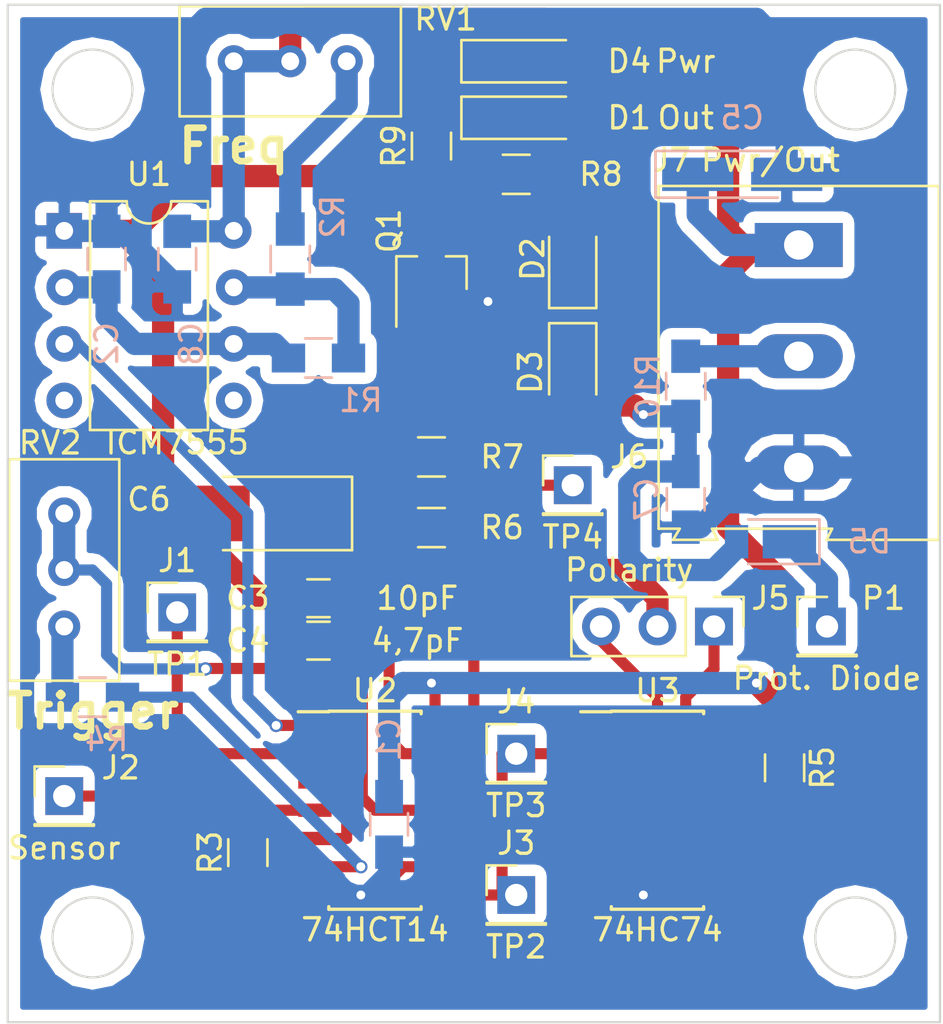
<source format=kicad_pcb>
(kicad_pcb (version 4) (host pcbnew 4.0.7)

  (general
    (links 71)
    (no_connects 0)
    (area 119.329999 83.769999 161.340001 129.590001)
    (thickness 1.6)
    (drawings 14)
    (tracks 235)
    (zones 0)
    (modules 37)
    (nets 29)
  )

  (page A4)
  (layers
    (0 F.Cu signal)
    (31 B.Cu signal)
    (32 B.Adhes user)
    (33 F.Adhes user)
    (34 B.Paste user)
    (35 F.Paste user)
    (36 B.SilkS user)
    (37 F.SilkS user)
    (38 B.Mask user)
    (39 F.Mask user)
    (40 Dwgs.User user)
    (41 Cmts.User user)
    (42 Eco1.User user)
    (43 Eco2.User user)
    (44 Edge.Cuts user)
    (45 Margin user)
    (46 B.CrtYd user)
    (47 F.CrtYd user)
    (48 B.Fab user)
    (49 F.Fab user)
  )

  (setup
    (last_trace_width 1)
    (user_trace_width 0.3)
    (user_trace_width 0.5)
    (user_trace_width 0.8)
    (user_trace_width 1)
    (trace_clearance 0.2)
    (zone_clearance 0.508)
    (zone_45_only no)
    (trace_min 0.2)
    (segment_width 0.2)
    (edge_width 0.1)
    (via_size 0.6)
    (via_drill 0.4)
    (via_min_size 0.4)
    (via_min_drill 0.3)
    (uvia_size 0.3)
    (uvia_drill 0.1)
    (uvias_allowed no)
    (uvia_min_size 0.2)
    (uvia_min_drill 0.1)
    (pcb_text_width 0.3)
    (pcb_text_size 1.5 1.5)
    (mod_edge_width 0.15)
    (mod_text_size 1 1)
    (mod_text_width 0.15)
    (pad_size 1.5 1.5)
    (pad_drill 0.6)
    (pad_to_mask_clearance 0)
    (aux_axis_origin 0 0)
    (visible_elements 7FFFFFFF)
    (pcbplotparams
      (layerselection 0x020f4_80000001)
      (usegerberextensions false)
      (usegerberattributes true)
      (excludeedgelayer false)
      (linewidth 0.100000)
      (plotframeref false)
      (viasonmask false)
      (mode 1)
      (useauxorigin true)
      (hpglpennumber 1)
      (hpglpenspeed 20)
      (hpglpendiameter 15)
      (hpglpenoverlay 2)
      (psnegative false)
      (psa4output false)
      (plotreference true)
      (plotvalue true)
      (plotinvisibletext false)
      (padsonsilk false)
      (subtractmaskfromsilk false)
      (outputformat 1)
      (mirror false)
      (drillshape 0)
      (scaleselection 1)
      (outputdirectory gerber))
  )

  (net 0 "")
  (net 1 +5V)
  (net 2 GND)
  (net 3 "Net-(C2-Pad1)")
  (net 4 "Net-(C3-Pad1)")
  (net 5 "Net-(C6-Pad1)")
  (net 6 "Net-(C7-Pad1)")
  (net 7 "Net-(D1-Pad1)")
  (net 8 "Net-(D2-Pad1)")
  (net 9 "Net-(D2-Pad2)")
  (net 10 "Net-(D4-Pad1)")
  (net 11 "Net-(D5-Pad1)")
  (net 12 "Net-(J1-Pad1)")
  (net 13 "Net-(J2-Pad1)")
  (net 14 "Net-(J3-Pad1)")
  (net 15 "Net-(J4-Pad1)")
  (net 16 "Net-(J5-Pad1)")
  (net 17 "Net-(J5-Pad2)")
  (net 18 "Net-(J5-Pad3)")
  (net 19 "Net-(J6-Pad1)")
  (net 20 "Net-(J7-Pad2)")
  (net 21 "Net-(Q1-Pad1)")
  (net 22 "Net-(R1-Pad1)")
  (net 23 "Net-(R2-Pad1)")
  (net 24 "Net-(R3-Pad2)")
  (net 25 "Net-(R4-Pad1)")
  (net 26 "Net-(R4-Pad2)")
  (net 27 "Net-(R5-Pad2)")
  (net 28 "Net-(U1-Pad3)")

  (net_class Default "Это класс цепей по умолчанию."
    (clearance 0.2)
    (trace_width 0.25)
    (via_dia 0.6)
    (via_drill 0.4)
    (uvia_dia 0.3)
    (uvia_drill 0.1)
    (add_net +5V)
    (add_net GND)
    (add_net "Net-(C2-Pad1)")
    (add_net "Net-(C3-Pad1)")
    (add_net "Net-(C6-Pad1)")
    (add_net "Net-(C7-Pad1)")
    (add_net "Net-(D1-Pad1)")
    (add_net "Net-(D2-Pad1)")
    (add_net "Net-(D2-Pad2)")
    (add_net "Net-(D4-Pad1)")
    (add_net "Net-(D5-Pad1)")
    (add_net "Net-(J1-Pad1)")
    (add_net "Net-(J2-Pad1)")
    (add_net "Net-(J3-Pad1)")
    (add_net "Net-(J4-Pad1)")
    (add_net "Net-(J5-Pad1)")
    (add_net "Net-(J5-Pad2)")
    (add_net "Net-(J5-Pad3)")
    (add_net "Net-(J6-Pad1)")
    (add_net "Net-(J7-Pad2)")
    (add_net "Net-(Q1-Pad1)")
    (add_net "Net-(R1-Pad1)")
    (add_net "Net-(R2-Pad1)")
    (add_net "Net-(R3-Pad2)")
    (add_net "Net-(R4-Pad1)")
    (add_net "Net-(R4-Pad2)")
    (add_net "Net-(R5-Pad2)")
    (add_net "Net-(U1-Pad3)")
  )

  (module Capacitors_SMD:C_0805_HandSoldering (layer B.Cu) (tedit 5AD1B664) (tstamp 5A5F8746)
    (at 136.525 120.65 270)
    (descr "Capacitor SMD 0805, hand soldering")
    (tags "capacitor 0805")
    (path /5A57C71D)
    (attr smd)
    (fp_text reference C1 (at -3.81 0 270) (layer B.SilkS)
      (effects (font (size 1 1) (thickness 0.15)) (justify mirror))
    )
    (fp_text value 0,1 (at 0 -1.75 270) (layer B.Fab)
      (effects (font (size 1 1) (thickness 0.15)) (justify mirror))
    )
    (fp_text user %R (at -3.81 0 270) (layer B.Fab)
      (effects (font (size 1 1) (thickness 0.15)) (justify mirror))
    )
    (fp_line (start -1 -0.62) (end -1 0.62) (layer B.Fab) (width 0.1))
    (fp_line (start 1 -0.62) (end -1 -0.62) (layer B.Fab) (width 0.1))
    (fp_line (start 1 0.62) (end 1 -0.62) (layer B.Fab) (width 0.1))
    (fp_line (start -1 0.62) (end 1 0.62) (layer B.Fab) (width 0.1))
    (fp_line (start 0.5 0.85) (end -0.5 0.85) (layer B.SilkS) (width 0.12))
    (fp_line (start -0.5 -0.85) (end 0.5 -0.85) (layer B.SilkS) (width 0.12))
    (fp_line (start -2.25 0.88) (end 2.25 0.88) (layer B.CrtYd) (width 0.05))
    (fp_line (start -2.25 0.88) (end -2.25 -0.87) (layer B.CrtYd) (width 0.05))
    (fp_line (start 2.25 -0.87) (end 2.25 0.88) (layer B.CrtYd) (width 0.05))
    (fp_line (start 2.25 -0.87) (end -2.25 -0.87) (layer B.CrtYd) (width 0.05))
    (pad 1 smd rect (at -1.25 0 270) (size 1.5 1.25) (layers B.Cu B.Paste B.Mask)
      (net 1 +5V))
    (pad 2 smd rect (at 1.25 0 270) (size 1.5 1.25) (layers B.Cu B.Paste B.Mask)
      (net 2 GND))
    (model Capacitors_SMD.3dshapes/C_0805.wrl
      (at (xyz 0 0 0))
      (scale (xyz 1 1 1))
      (rotate (xyz 0 0 0))
    )
  )

  (module Capacitors_SMD:C_0805_HandSoldering (layer B.Cu) (tedit 5AD1B88E) (tstamp 5A5F874C)
    (at 123.825 95.25 90)
    (descr "Capacitor SMD 0805, hand soldering")
    (tags "capacitor 0805")
    (path /5A57793B)
    (attr smd)
    (fp_text reference C2 (at -3.81 0 90) (layer B.SilkS)
      (effects (font (size 1 1) (thickness 0.15)) (justify mirror))
    )
    (fp_text value 2n2 (at -6.35 0 90) (layer B.Fab)
      (effects (font (size 1 1) (thickness 0.15)) (justify mirror))
    )
    (fp_text user %R (at -3.81 0 90) (layer B.Fab)
      (effects (font (size 1 1) (thickness 0.15)) (justify mirror))
    )
    (fp_line (start -1 -0.62) (end -1 0.62) (layer B.Fab) (width 0.1))
    (fp_line (start 1 -0.62) (end -1 -0.62) (layer B.Fab) (width 0.1))
    (fp_line (start 1 0.62) (end 1 -0.62) (layer B.Fab) (width 0.1))
    (fp_line (start -1 0.62) (end 1 0.62) (layer B.Fab) (width 0.1))
    (fp_line (start 0.5 0.85) (end -0.5 0.85) (layer B.SilkS) (width 0.12))
    (fp_line (start -0.5 -0.85) (end 0.5 -0.85) (layer B.SilkS) (width 0.12))
    (fp_line (start -2.25 0.88) (end 2.25 0.88) (layer B.CrtYd) (width 0.05))
    (fp_line (start -2.25 0.88) (end -2.25 -0.87) (layer B.CrtYd) (width 0.05))
    (fp_line (start 2.25 -0.87) (end 2.25 0.88) (layer B.CrtYd) (width 0.05))
    (fp_line (start 2.25 -0.87) (end -2.25 -0.87) (layer B.CrtYd) (width 0.05))
    (pad 1 smd rect (at -1.25 0 90) (size 1.5 1.25) (layers B.Cu B.Paste B.Mask)
      (net 3 "Net-(C2-Pad1)"))
    (pad 2 smd rect (at 1.25 0 90) (size 1.5 1.25) (layers B.Cu B.Paste B.Mask)
      (net 2 GND))
    (model Capacitors_SMD.3dshapes/C_0805.wrl
      (at (xyz 0 0 0))
      (scale (xyz 1 1 1))
      (rotate (xyz 0 0 0))
    )
  )

  (module Capacitors_SMD:C_0805_HandSoldering (layer F.Cu) (tedit 5AD1B9CC) (tstamp 5A5F8752)
    (at 133.35 110.49 180)
    (descr "Capacitor SMD 0805, hand soldering")
    (tags "capacitor 0805")
    (path /5A5788DE)
    (attr smd)
    (fp_text reference C3 (at 3.175 0 180) (layer F.SilkS)
      (effects (font (size 1 1) (thickness 0.15)))
    )
    (fp_text value 10pF (at -4.445 0 180) (layer F.SilkS)
      (effects (font (size 1 1) (thickness 0.15)))
    )
    (fp_text user %R (at 3.175 0 180) (layer F.Fab)
      (effects (font (size 1 1) (thickness 0.15)))
    )
    (fp_line (start -1 0.62) (end -1 -0.62) (layer F.Fab) (width 0.1))
    (fp_line (start 1 0.62) (end -1 0.62) (layer F.Fab) (width 0.1))
    (fp_line (start 1 -0.62) (end 1 0.62) (layer F.Fab) (width 0.1))
    (fp_line (start -1 -0.62) (end 1 -0.62) (layer F.Fab) (width 0.1))
    (fp_line (start 0.5 -0.85) (end -0.5 -0.85) (layer F.SilkS) (width 0.12))
    (fp_line (start -0.5 0.85) (end 0.5 0.85) (layer F.SilkS) (width 0.12))
    (fp_line (start -2.25 -0.88) (end 2.25 -0.88) (layer F.CrtYd) (width 0.05))
    (fp_line (start -2.25 -0.88) (end -2.25 0.87) (layer F.CrtYd) (width 0.05))
    (fp_line (start 2.25 0.87) (end 2.25 -0.88) (layer F.CrtYd) (width 0.05))
    (fp_line (start 2.25 0.87) (end -2.25 0.87) (layer F.CrtYd) (width 0.05))
    (pad 1 smd rect (at -1.25 0 180) (size 1.5 1.25) (layers F.Cu F.Paste F.Mask)
      (net 4 "Net-(C3-Pad1)"))
    (pad 2 smd rect (at 1.25 0 180) (size 1.5 1.25) (layers F.Cu F.Paste F.Mask)
      (net 2 GND))
    (model Capacitors_SMD.3dshapes/C_0805.wrl
      (at (xyz 0 0 0))
      (scale (xyz 1 1 1))
      (rotate (xyz 0 0 0))
    )
  )

  (module Capacitors_SMD:C_0805_HandSoldering (layer F.Cu) (tedit 5AD1B9D0) (tstamp 5A5F8758)
    (at 133.35 112.395 180)
    (descr "Capacitor SMD 0805, hand soldering")
    (tags "capacitor 0805")
    (path /5A5F5345)
    (attr smd)
    (fp_text reference C4 (at 3.175 0 180) (layer F.SilkS)
      (effects (font (size 1 1) (thickness 0.15)))
    )
    (fp_text value 4,7pF (at -4.445 0 180) (layer F.SilkS)
      (effects (font (size 1 1) (thickness 0.15)))
    )
    (fp_text user %R (at 3.175 0 180) (layer F.Fab)
      (effects (font (size 1 1) (thickness 0.15)))
    )
    (fp_line (start -1 0.62) (end -1 -0.62) (layer F.Fab) (width 0.1))
    (fp_line (start 1 0.62) (end -1 0.62) (layer F.Fab) (width 0.1))
    (fp_line (start 1 -0.62) (end 1 0.62) (layer F.Fab) (width 0.1))
    (fp_line (start -1 -0.62) (end 1 -0.62) (layer F.Fab) (width 0.1))
    (fp_line (start 0.5 -0.85) (end -0.5 -0.85) (layer F.SilkS) (width 0.12))
    (fp_line (start -0.5 0.85) (end 0.5 0.85) (layer F.SilkS) (width 0.12))
    (fp_line (start -2.25 -0.88) (end 2.25 -0.88) (layer F.CrtYd) (width 0.05))
    (fp_line (start -2.25 -0.88) (end -2.25 0.87) (layer F.CrtYd) (width 0.05))
    (fp_line (start 2.25 0.87) (end 2.25 -0.88) (layer F.CrtYd) (width 0.05))
    (fp_line (start 2.25 0.87) (end -2.25 0.87) (layer F.CrtYd) (width 0.05))
    (pad 1 smd rect (at -1.25 0 180) (size 1.5 1.25) (layers F.Cu F.Paste F.Mask)
      (net 4 "Net-(C3-Pad1)"))
    (pad 2 smd rect (at 1.25 0 180) (size 1.5 1.25) (layers F.Cu F.Paste F.Mask)
      (net 2 GND))
    (model Capacitors_SMD.3dshapes/C_0805.wrl
      (at (xyz 0 0 0))
      (scale (xyz 1 1 1))
      (rotate (xyz 0 0 0))
    )
  )

  (module Capacitors_Tantalum_SMD:CP_Tantalum_Case-A_EIA-3216-18_Hand (layer B.Cu) (tedit 5AD1B684) (tstamp 5A5F875E)
    (at 152.4 91.44)
    (descr "Tantalum capacitor, Case A, EIA 3216-18, 3.2x1.6x1.6mm, Hand soldering footprint")
    (tags "capacitor tantalum smd")
    (path /5A57D1AC)
    (attr smd)
    (fp_text reference C5 (at 0 -2.54) (layer B.SilkS)
      (effects (font (size 1 1) (thickness 0.15)) (justify mirror))
    )
    (fp_text value 10,0 (at 0 -2.55) (layer B.Fab)
      (effects (font (size 1 1) (thickness 0.15)) (justify mirror))
    )
    (fp_text user %R (at 0 0) (layer B.Fab)
      (effects (font (size 0.7 0.7) (thickness 0.105)) (justify mirror))
    )
    (fp_line (start -4 1.2) (end -4 -1.2) (layer B.CrtYd) (width 0.05))
    (fp_line (start -4 -1.2) (end 4 -1.2) (layer B.CrtYd) (width 0.05))
    (fp_line (start 4 -1.2) (end 4 1.2) (layer B.CrtYd) (width 0.05))
    (fp_line (start 4 1.2) (end -4 1.2) (layer B.CrtYd) (width 0.05))
    (fp_line (start -1.6 0.8) (end -1.6 -0.8) (layer B.Fab) (width 0.1))
    (fp_line (start -1.6 -0.8) (end 1.6 -0.8) (layer B.Fab) (width 0.1))
    (fp_line (start 1.6 -0.8) (end 1.6 0.8) (layer B.Fab) (width 0.1))
    (fp_line (start 1.6 0.8) (end -1.6 0.8) (layer B.Fab) (width 0.1))
    (fp_line (start -1.28 0.8) (end -1.28 -0.8) (layer B.Fab) (width 0.1))
    (fp_line (start -1.12 0.8) (end -1.12 -0.8) (layer B.Fab) (width 0.1))
    (fp_line (start -3.9 1.05) (end 1.6 1.05) (layer B.SilkS) (width 0.12))
    (fp_line (start -3.9 -1.05) (end 1.6 -1.05) (layer B.SilkS) (width 0.12))
    (fp_line (start -3.9 1.05) (end -3.9 -1.05) (layer B.SilkS) (width 0.12))
    (pad 1 smd rect (at -2 0) (size 3.2 1.5) (layers B.Cu B.Paste B.Mask)
      (net 1 +5V))
    (pad 2 smd rect (at 2 0) (size 3.2 1.5) (layers B.Cu B.Paste B.Mask)
      (net 2 GND))
    (model Capacitors_Tantalum_SMD.3dshapes/CP_Tantalum_Case-A_EIA-3216-18.wrl
      (at (xyz 0 0 0))
      (scale (xyz 1 1 1))
      (rotate (xyz 0 0 0))
    )
  )

  (module Capacitors_Tantalum_SMD:CP_Tantalum_Case-B_EIA-3528-21_Hand (layer F.Cu) (tedit 5AD1B7F4) (tstamp 5A5F8764)
    (at 130.81 106.68 180)
    (descr "Tantalum capacitor, Case B, EIA 3528-21, 3.5x2.8x1.9mm, Hand soldering footprint")
    (tags "capacitor tantalum smd")
    (path /5A578B00)
    (attr smd)
    (fp_text reference C6 (at 5.08 0.635 180) (layer F.SilkS)
      (effects (font (size 1 1) (thickness 0.15)))
    )
    (fp_text value 100,0 (at -1.27 2.54 180) (layer F.Fab)
      (effects (font (size 1 1) (thickness 0.15)))
    )
    (fp_text user %R (at 0 0 180) (layer F.Fab)
      (effects (font (size 0.8 0.8) (thickness 0.12)))
    )
    (fp_line (start -4.15 -1.75) (end -4.15 1.75) (layer F.CrtYd) (width 0.05))
    (fp_line (start -4.15 1.75) (end 4.15 1.75) (layer F.CrtYd) (width 0.05))
    (fp_line (start 4.15 1.75) (end 4.15 -1.75) (layer F.CrtYd) (width 0.05))
    (fp_line (start 4.15 -1.75) (end -4.15 -1.75) (layer F.CrtYd) (width 0.05))
    (fp_line (start -1.75 -1.4) (end -1.75 1.4) (layer F.Fab) (width 0.1))
    (fp_line (start -1.75 1.4) (end 1.75 1.4) (layer F.Fab) (width 0.1))
    (fp_line (start 1.75 1.4) (end 1.75 -1.4) (layer F.Fab) (width 0.1))
    (fp_line (start 1.75 -1.4) (end -1.75 -1.4) (layer F.Fab) (width 0.1))
    (fp_line (start -1.4 -1.4) (end -1.4 1.4) (layer F.Fab) (width 0.1))
    (fp_line (start -1.225 -1.4) (end -1.225 1.4) (layer F.Fab) (width 0.1))
    (fp_line (start -4.05 -1.65) (end 1.75 -1.65) (layer F.SilkS) (width 0.12))
    (fp_line (start -4.05 1.65) (end 1.75 1.65) (layer F.SilkS) (width 0.12))
    (fp_line (start -4.05 -1.65) (end -4.05 1.65) (layer F.SilkS) (width 0.12))
    (pad 1 smd rect (at -2.15 0 180) (size 3.2 2.5) (layers F.Cu F.Paste F.Mask)
      (net 5 "Net-(C6-Pad1)"))
    (pad 2 smd rect (at 2.15 0 180) (size 3.2 2.5) (layers F.Cu F.Paste F.Mask)
      (net 2 GND))
    (model Capacitors_Tantalum_SMD.3dshapes/CP_Tantalum_Case-B_EIA-3528-21.wrl
      (at (xyz 0 0 0))
      (scale (xyz 1 1 1))
      (rotate (xyz 0 0 0))
    )
  )

  (module Capacitors_SMD:C_0805_HandSoldering (layer B.Cu) (tedit 58AA84A8) (tstamp 5A5F876A)
    (at 149.86 106.045 270)
    (descr "Capacitor SMD 0805, hand soldering")
    (tags "capacitor 0805")
    (path /5A579830)
    (attr smd)
    (fp_text reference C7 (at 0 1.75 270) (layer B.SilkS)
      (effects (font (size 1 1) (thickness 0.15)) (justify mirror))
    )
    (fp_text value 0,1 (at 0 -1.75 270) (layer B.Fab)
      (effects (font (size 1 1) (thickness 0.15)) (justify mirror))
    )
    (fp_text user %R (at 0 1.75 270) (layer B.Fab)
      (effects (font (size 1 1) (thickness 0.15)) (justify mirror))
    )
    (fp_line (start -1 -0.62) (end -1 0.62) (layer B.Fab) (width 0.1))
    (fp_line (start 1 -0.62) (end -1 -0.62) (layer B.Fab) (width 0.1))
    (fp_line (start 1 0.62) (end 1 -0.62) (layer B.Fab) (width 0.1))
    (fp_line (start -1 0.62) (end 1 0.62) (layer B.Fab) (width 0.1))
    (fp_line (start 0.5 0.85) (end -0.5 0.85) (layer B.SilkS) (width 0.12))
    (fp_line (start -0.5 -0.85) (end 0.5 -0.85) (layer B.SilkS) (width 0.12))
    (fp_line (start -2.25 0.88) (end 2.25 0.88) (layer B.CrtYd) (width 0.05))
    (fp_line (start -2.25 0.88) (end -2.25 -0.87) (layer B.CrtYd) (width 0.05))
    (fp_line (start 2.25 -0.87) (end 2.25 0.88) (layer B.CrtYd) (width 0.05))
    (fp_line (start 2.25 -0.87) (end -2.25 -0.87) (layer B.CrtYd) (width 0.05))
    (pad 1 smd rect (at -1.25 0 270) (size 1.5 1.25) (layers B.Cu B.Paste B.Mask)
      (net 6 "Net-(C7-Pad1)"))
    (pad 2 smd rect (at 1.25 0 270) (size 1.5 1.25) (layers B.Cu B.Paste B.Mask)
      (net 2 GND))
    (model Capacitors_SMD.3dshapes/C_0805.wrl
      (at (xyz 0 0 0))
      (scale (xyz 1 1 1))
      (rotate (xyz 0 0 0))
    )
  )

  (module Capacitors_SMD:C_0805_HandSoldering (layer B.Cu) (tedit 5AD1B892) (tstamp 5A5F8770)
    (at 127 95.25 90)
    (descr "Capacitor SMD 0805, hand soldering")
    (tags "capacitor 0805")
    (path /5A57CB5F)
    (attr smd)
    (fp_text reference C8 (at -3.81 0.635 90) (layer B.SilkS)
      (effects (font (size 1 1) (thickness 0.15)) (justify mirror))
    )
    (fp_text value 0,1 (at -6.35 0.635 90) (layer B.Fab)
      (effects (font (size 1 1) (thickness 0.15)) (justify mirror))
    )
    (fp_text user %R (at -3.81 0.635 90) (layer B.Fab)
      (effects (font (size 1 1) (thickness 0.15)) (justify mirror))
    )
    (fp_line (start -1 -0.62) (end -1 0.62) (layer B.Fab) (width 0.1))
    (fp_line (start 1 -0.62) (end -1 -0.62) (layer B.Fab) (width 0.1))
    (fp_line (start 1 0.62) (end 1 -0.62) (layer B.Fab) (width 0.1))
    (fp_line (start -1 0.62) (end 1 0.62) (layer B.Fab) (width 0.1))
    (fp_line (start 0.5 0.85) (end -0.5 0.85) (layer B.SilkS) (width 0.12))
    (fp_line (start -0.5 -0.85) (end 0.5 -0.85) (layer B.SilkS) (width 0.12))
    (fp_line (start -2.25 0.88) (end 2.25 0.88) (layer B.CrtYd) (width 0.05))
    (fp_line (start -2.25 0.88) (end -2.25 -0.87) (layer B.CrtYd) (width 0.05))
    (fp_line (start 2.25 -0.87) (end 2.25 0.88) (layer B.CrtYd) (width 0.05))
    (fp_line (start 2.25 -0.87) (end -2.25 -0.87) (layer B.CrtYd) (width 0.05))
    (pad 1 smd rect (at -1.25 0 90) (size 1.5 1.25) (layers B.Cu B.Paste B.Mask)
      (net 2 GND))
    (pad 2 smd rect (at 1.25 0 90) (size 1.5 1.25) (layers B.Cu B.Paste B.Mask)
      (net 1 +5V))
    (model Capacitors_SMD.3dshapes/C_0805.wrl
      (at (xyz 0 0 0))
      (scale (xyz 1 1 1))
      (rotate (xyz 0 0 0))
    )
  )

  (module LEDs:LED_1206_HandSoldering (layer F.Cu) (tedit 5AD1B844) (tstamp 5A5F8776)
    (at 142.875 88.9)
    (descr "LED SMD 1206, hand soldering")
    (tags "LED 1206")
    (path /5A5F8987)
    (attr smd)
    (fp_text reference D1 (at 4.445 0) (layer F.SilkS)
      (effects (font (size 1 1) (thickness 0.15)))
    )
    (fp_text value Out (at 6.985 0) (layer F.SilkS)
      (effects (font (size 1 1) (thickness 0.15)))
    )
    (fp_line (start -3.1 -0.95) (end -3.1 0.95) (layer F.SilkS) (width 0.12))
    (fp_line (start -0.4 0) (end 0.2 -0.4) (layer F.Fab) (width 0.1))
    (fp_line (start 0.2 -0.4) (end 0.2 0.4) (layer F.Fab) (width 0.1))
    (fp_line (start 0.2 0.4) (end -0.4 0) (layer F.Fab) (width 0.1))
    (fp_line (start -0.45 -0.4) (end -0.45 0.4) (layer F.Fab) (width 0.1))
    (fp_line (start -1.6 0.8) (end -1.6 -0.8) (layer F.Fab) (width 0.1))
    (fp_line (start 1.6 0.8) (end -1.6 0.8) (layer F.Fab) (width 0.1))
    (fp_line (start 1.6 -0.8) (end 1.6 0.8) (layer F.Fab) (width 0.1))
    (fp_line (start -1.6 -0.8) (end 1.6 -0.8) (layer F.Fab) (width 0.1))
    (fp_line (start -3.1 0.95) (end 1.6 0.95) (layer F.SilkS) (width 0.12))
    (fp_line (start -3.1 -0.95) (end 1.6 -0.95) (layer F.SilkS) (width 0.12))
    (fp_line (start -3.25 -1.11) (end 3.25 -1.11) (layer F.CrtYd) (width 0.05))
    (fp_line (start -3.25 -1.11) (end -3.25 1.1) (layer F.CrtYd) (width 0.05))
    (fp_line (start 3.25 1.1) (end 3.25 -1.11) (layer F.CrtYd) (width 0.05))
    (fp_line (start 3.25 1.1) (end -3.25 1.1) (layer F.CrtYd) (width 0.05))
    (pad 1 smd rect (at -2 0) (size 2 1.7) (layers F.Cu F.Paste F.Mask)
      (net 7 "Net-(D1-Pad1)"))
    (pad 2 smd rect (at 2 0) (size 2 1.7) (layers F.Cu F.Paste F.Mask)
      (net 1 +5V))
    (model ${KISYS3DMOD}/LEDs.3dshapes/LED_1206.wrl
      (at (xyz 0 0 0))
      (scale (xyz 1 1 1))
      (rotate (xyz 0 0 180))
    )
  )

  (module Diodes_SMD:D_1206 (layer F.Cu) (tedit 5AD1BABA) (tstamp 5A5F877C)
    (at 144.78 95.25 90)
    (descr "Diode SMD 1206, reflow soldering http://datasheets.avx.com/schottky.pdf")
    (tags "Diode 1206")
    (path /5A5797B5)
    (attr smd)
    (fp_text reference D2 (at 0 -1.8 90) (layer F.SilkS)
      (effects (font (size 1 1) (thickness 0.15)))
    )
    (fp_text value 1N4148 (at 1.905 2.54 90) (layer F.Fab)
      (effects (font (size 1 1) (thickness 0.15)))
    )
    (fp_text user %R (at 0 -1.8 90) (layer F.Fab)
      (effects (font (size 1 1) (thickness 0.15)))
    )
    (fp_line (start -0.254 -0.254) (end -0.254 0.254) (layer F.Fab) (width 0.1))
    (fp_line (start 0.127 0) (end 0.381 0) (layer F.Fab) (width 0.1))
    (fp_line (start -0.254 0) (end -0.508 0) (layer F.Fab) (width 0.1))
    (fp_line (start 0.127 0.254) (end -0.254 0) (layer F.Fab) (width 0.1))
    (fp_line (start 0.127 -0.254) (end 0.127 0.254) (layer F.Fab) (width 0.1))
    (fp_line (start -0.254 0) (end 0.127 -0.254) (layer F.Fab) (width 0.1))
    (fp_line (start -2.2 -1.06) (end -2.2 1.06) (layer F.SilkS) (width 0.12))
    (fp_line (start -1.7 0.95) (end -1.7 -0.95) (layer F.Fab) (width 0.1))
    (fp_line (start 1.7 0.95) (end -1.7 0.95) (layer F.Fab) (width 0.1))
    (fp_line (start 1.7 -0.95) (end 1.7 0.95) (layer F.Fab) (width 0.1))
    (fp_line (start -1.7 -0.95) (end 1.7 -0.95) (layer F.Fab) (width 0.1))
    (fp_line (start -2.3 -1.16) (end 2.3 -1.16) (layer F.CrtYd) (width 0.05))
    (fp_line (start -2.3 1.16) (end 2.3 1.16) (layer F.CrtYd) (width 0.05))
    (fp_line (start -2.3 -1.16) (end -2.3 1.16) (layer F.CrtYd) (width 0.05))
    (fp_line (start 2.3 -1.16) (end 2.3 1.16) (layer F.CrtYd) (width 0.05))
    (fp_line (start 1 -1.06) (end -2.2 -1.06) (layer F.SilkS) (width 0.12))
    (fp_line (start -2.2 1.06) (end 1 1.06) (layer F.SilkS) (width 0.12))
    (pad 1 smd rect (at -1.5 0 90) (size 1 1.6) (layers F.Cu F.Paste F.Mask)
      (net 8 "Net-(D2-Pad1)"))
    (pad 2 smd rect (at 1.5 0 90) (size 1 1.6) (layers F.Cu F.Paste F.Mask)
      (net 9 "Net-(D2-Pad2)"))
    (model ${KISYS3DMOD}/Diodes_SMD.3dshapes/D_1206.wrl
      (at (xyz 0 0 0))
      (scale (xyz 1 1 1))
      (rotate (xyz 0 0 0))
    )
  )

  (module Diodes_SMD:D_1206 (layer F.Cu) (tedit 5AD1B9A4) (tstamp 5A5F8782)
    (at 144.78 100.33 270)
    (descr "Diode SMD 1206, reflow soldering http://datasheets.avx.com/schottky.pdf")
    (tags "Diode 1206")
    (path /5A579726)
    (attr smd)
    (fp_text reference D3 (at 0 1.905 270) (layer F.SilkS)
      (effects (font (size 1 1) (thickness 0.15)))
    )
    (fp_text value 1N4148 (at 0 -1.905 270) (layer F.Fab)
      (effects (font (size 1 1) (thickness 0.15)))
    )
    (fp_text user %R (at 0 1.905 270) (layer F.Fab)
      (effects (font (size 1 1) (thickness 0.15)))
    )
    (fp_line (start -0.254 -0.254) (end -0.254 0.254) (layer F.Fab) (width 0.1))
    (fp_line (start 0.127 0) (end 0.381 0) (layer F.Fab) (width 0.1))
    (fp_line (start -0.254 0) (end -0.508 0) (layer F.Fab) (width 0.1))
    (fp_line (start 0.127 0.254) (end -0.254 0) (layer F.Fab) (width 0.1))
    (fp_line (start 0.127 -0.254) (end 0.127 0.254) (layer F.Fab) (width 0.1))
    (fp_line (start -0.254 0) (end 0.127 -0.254) (layer F.Fab) (width 0.1))
    (fp_line (start -2.2 -1.06) (end -2.2 1.06) (layer F.SilkS) (width 0.12))
    (fp_line (start -1.7 0.95) (end -1.7 -0.95) (layer F.Fab) (width 0.1))
    (fp_line (start 1.7 0.95) (end -1.7 0.95) (layer F.Fab) (width 0.1))
    (fp_line (start 1.7 -0.95) (end 1.7 0.95) (layer F.Fab) (width 0.1))
    (fp_line (start -1.7 -0.95) (end 1.7 -0.95) (layer F.Fab) (width 0.1))
    (fp_line (start -2.3 -1.16) (end 2.3 -1.16) (layer F.CrtYd) (width 0.05))
    (fp_line (start -2.3 1.16) (end 2.3 1.16) (layer F.CrtYd) (width 0.05))
    (fp_line (start -2.3 -1.16) (end -2.3 1.16) (layer F.CrtYd) (width 0.05))
    (fp_line (start 2.3 -1.16) (end 2.3 1.16) (layer F.CrtYd) (width 0.05))
    (fp_line (start 1 -1.06) (end -2.2 -1.06) (layer F.SilkS) (width 0.12))
    (fp_line (start -2.2 1.06) (end 1 1.06) (layer F.SilkS) (width 0.12))
    (pad 1 smd rect (at -1.5 0 270) (size 1 1.6) (layers F.Cu F.Paste F.Mask)
      (net 8 "Net-(D2-Pad1)"))
    (pad 2 smd rect (at 1.5 0 270) (size 1 1.6) (layers F.Cu F.Paste F.Mask)
      (net 6 "Net-(C7-Pad1)"))
    (model ${KISYS3DMOD}/Diodes_SMD.3dshapes/D_1206.wrl
      (at (xyz 0 0 0))
      (scale (xyz 1 1 1))
      (rotate (xyz 0 0 0))
    )
  )

  (module LEDs:LED_1206_HandSoldering (layer F.Cu) (tedit 5AD1B838) (tstamp 5A5F8788)
    (at 142.875 86.36)
    (descr "LED SMD 1206, hand soldering")
    (tags "LED 1206")
    (path /5A5F8B5C)
    (attr smd)
    (fp_text reference D4 (at 4.445 0) (layer F.SilkS)
      (effects (font (size 1 1) (thickness 0.15)))
    )
    (fp_text value Pwr (at 6.985 0) (layer F.SilkS)
      (effects (font (size 1 1) (thickness 0.15)))
    )
    (fp_line (start -3.1 -0.95) (end -3.1 0.95) (layer F.SilkS) (width 0.12))
    (fp_line (start -0.4 0) (end 0.2 -0.4) (layer F.Fab) (width 0.1))
    (fp_line (start 0.2 -0.4) (end 0.2 0.4) (layer F.Fab) (width 0.1))
    (fp_line (start 0.2 0.4) (end -0.4 0) (layer F.Fab) (width 0.1))
    (fp_line (start -0.45 -0.4) (end -0.45 0.4) (layer F.Fab) (width 0.1))
    (fp_line (start -1.6 0.8) (end -1.6 -0.8) (layer F.Fab) (width 0.1))
    (fp_line (start 1.6 0.8) (end -1.6 0.8) (layer F.Fab) (width 0.1))
    (fp_line (start 1.6 -0.8) (end 1.6 0.8) (layer F.Fab) (width 0.1))
    (fp_line (start -1.6 -0.8) (end 1.6 -0.8) (layer F.Fab) (width 0.1))
    (fp_line (start -3.1 0.95) (end 1.6 0.95) (layer F.SilkS) (width 0.12))
    (fp_line (start -3.1 -0.95) (end 1.6 -0.95) (layer F.SilkS) (width 0.12))
    (fp_line (start -3.25 -1.11) (end 3.25 -1.11) (layer F.CrtYd) (width 0.05))
    (fp_line (start -3.25 -1.11) (end -3.25 1.1) (layer F.CrtYd) (width 0.05))
    (fp_line (start 3.25 1.1) (end 3.25 -1.11) (layer F.CrtYd) (width 0.05))
    (fp_line (start 3.25 1.1) (end -3.25 1.1) (layer F.CrtYd) (width 0.05))
    (pad 1 smd rect (at -2 0) (size 2 1.7) (layers F.Cu F.Paste F.Mask)
      (net 10 "Net-(D4-Pad1)"))
    (pad 2 smd rect (at 2 0) (size 2 1.7) (layers F.Cu F.Paste F.Mask)
      (net 1 +5V))
    (model ${KISYS3DMOD}/LEDs.3dshapes/LED_1206.wrl
      (at (xyz 0 0 0))
      (scale (xyz 1 1 1))
      (rotate (xyz 0 0 180))
    )
  )

  (module Diodes_SMD:D_PowerDI-123 (layer B.Cu) (tedit 5AD1B678) (tstamp 5A5F878E)
    (at 153.67 107.95 180)
    (descr http://www.diodes.com/_files/datasheets/ds30497.pdf)
    (tags "PowerDI diode vishay")
    (path /5A5F8E01)
    (attr smd)
    (fp_text reference D5 (at -4.445 0 180) (layer B.SilkS)
      (effects (font (size 1 1) (thickness 0.15)) (justify mirror))
    )
    (fp_text value 1N4148 (at 0 -2.5 180) (layer B.Fab)
      (effects (font (size 1 1) (thickness 0.15)) (justify mirror))
    )
    (fp_text user %R (at -4.445 0 180) (layer B.Fab)
      (effects (font (size 1 1) (thickness 0.15)) (justify mirror))
    )
    (fp_line (start 0.3 0) (end 0.7 0) (layer B.Fab) (width 0.1))
    (fp_line (start 0.3 0.5) (end -0.5 0) (layer B.Fab) (width 0.1))
    (fp_line (start 0.3 -0.5) (end 0.3 0.5) (layer B.Fab) (width 0.1))
    (fp_line (start -0.5 0) (end 0.3 -0.5) (layer B.Fab) (width 0.1))
    (fp_line (start -0.5 0) (end -0.5 -0.5) (layer B.Fab) (width 0.1))
    (fp_line (start -0.5 0) (end -0.5 0.5) (layer B.Fab) (width 0.1))
    (fp_line (start -0.8 0) (end -0.5 0) (layer B.Fab) (width 0.1))
    (fp_line (start -1.4 -0.9) (end -1.4 0.9) (layer B.Fab) (width 0.1))
    (fp_line (start 1.4 -0.9) (end -1.4 -0.9) (layer B.Fab) (width 0.1))
    (fp_line (start 1.4 0.9) (end 1.4 -0.9) (layer B.Fab) (width 0.1))
    (fp_line (start -1.4 0.9) (end 1.4 0.9) (layer B.Fab) (width 0.1))
    (fp_line (start 2.5 -1.3) (end -2.5 -1.3) (layer B.CrtYd) (width 0.05))
    (fp_line (start 2.5 1.3) (end 2.5 -1.3) (layer B.CrtYd) (width 0.05))
    (fp_line (start -2.5 1.3) (end 2.5 1.3) (layer B.CrtYd) (width 0.05))
    (fp_line (start -2.5 -1.3) (end -2.5 1.3) (layer B.CrtYd) (width 0.05))
    (fp_line (start 1 1) (end -2.2 1) (layer B.SilkS) (width 0.12))
    (fp_line (start -2.2 -1) (end 1 -1) (layer B.SilkS) (width 0.12))
    (fp_line (start -2.2 -1) (end -2.2 1) (layer B.SilkS) (width 0.12))
    (pad 1 smd rect (at -0.85 0) (size 2.4 1.5) (layers B.Cu B.Paste B.Mask)
      (net 11 "Net-(D5-Pad1)"))
    (pad 2 smd rect (at 1.525 0) (size 1.05 1.5) (layers B.Cu B.Paste B.Mask)
      (net 6 "Net-(C7-Pad1)"))
    (model ${KISYS3DMOD}/Diodes_SMD.3dshapes/D_PowerDI-123.wrl
      (at (xyz 0 0 0))
      (scale (xyz 1 1 1))
      (rotate (xyz 0 0 0))
    )
  )

  (module Pin_Headers:Pin_Header_Straight_1x01_Pitch2.54mm (layer F.Cu) (tedit 5AD1B7DD) (tstamp 5A5F8793)
    (at 127 111.125)
    (descr "Through hole straight pin header, 1x01, 2.54mm pitch, single row")
    (tags "Through hole pin header THT 1x01 2.54mm single row")
    (path /5A57A984)
    (fp_text reference J1 (at 0 -2.33) (layer F.SilkS)
      (effects (font (size 1 1) (thickness 0.15)))
    )
    (fp_text value TP1 (at 0 2.33) (layer F.SilkS)
      (effects (font (size 1 1) (thickness 0.15)))
    )
    (fp_line (start -0.635 -1.27) (end 1.27 -1.27) (layer F.Fab) (width 0.1))
    (fp_line (start 1.27 -1.27) (end 1.27 1.27) (layer F.Fab) (width 0.1))
    (fp_line (start 1.27 1.27) (end -1.27 1.27) (layer F.Fab) (width 0.1))
    (fp_line (start -1.27 1.27) (end -1.27 -0.635) (layer F.Fab) (width 0.1))
    (fp_line (start -1.27 -0.635) (end -0.635 -1.27) (layer F.Fab) (width 0.1))
    (fp_line (start -1.33 1.33) (end 1.33 1.33) (layer F.SilkS) (width 0.12))
    (fp_line (start -1.33 1.27) (end -1.33 1.33) (layer F.SilkS) (width 0.12))
    (fp_line (start 1.33 1.27) (end 1.33 1.33) (layer F.SilkS) (width 0.12))
    (fp_line (start -1.33 1.27) (end 1.33 1.27) (layer F.SilkS) (width 0.12))
    (fp_line (start -1.33 0) (end -1.33 -1.33) (layer F.SilkS) (width 0.12))
    (fp_line (start -1.33 -1.33) (end 0 -1.33) (layer F.SilkS) (width 0.12))
    (fp_line (start -1.8 -1.8) (end -1.8 1.8) (layer F.CrtYd) (width 0.05))
    (fp_line (start -1.8 1.8) (end 1.8 1.8) (layer F.CrtYd) (width 0.05))
    (fp_line (start 1.8 1.8) (end 1.8 -1.8) (layer F.CrtYd) (width 0.05))
    (fp_line (start 1.8 -1.8) (end -1.8 -1.8) (layer F.CrtYd) (width 0.05))
    (fp_text user %R (at 0 0 90) (layer F.Fab)
      (effects (font (size 1 1) (thickness 0.15)))
    )
    (pad 1 thru_hole rect (at 0 0) (size 1.7 1.7) (drill 1) (layers *.Cu *.Mask)
      (net 12 "Net-(J1-Pad1)"))
    (model ${KISYS3DMOD}/Pin_Headers.3dshapes/Pin_Header_Straight_1x01_Pitch2.54mm.wrl
      (at (xyz 0 0 0))
      (scale (xyz 1 1 1))
      (rotate (xyz 0 0 0))
    )
  )

  (module Pin_Headers:Pin_Header_Straight_1x01_Pitch2.54mm (layer F.Cu) (tedit 5AD1B707) (tstamp 5A5F8798)
    (at 121.92 119.38)
    (descr "Through hole straight pin header, 1x01, 2.54mm pitch, single row")
    (tags "Through hole pin header THT 1x01 2.54mm single row")
    (path /5A5785A0)
    (fp_text reference J2 (at 2.54 -1.27) (layer F.SilkS)
      (effects (font (size 1 1) (thickness 0.15)))
    )
    (fp_text value Sensor (at 0 2.33) (layer F.SilkS)
      (effects (font (size 1 1) (thickness 0.15)))
    )
    (fp_line (start -0.635 -1.27) (end 1.27 -1.27) (layer F.Fab) (width 0.1))
    (fp_line (start 1.27 -1.27) (end 1.27 1.27) (layer F.Fab) (width 0.1))
    (fp_line (start 1.27 1.27) (end -1.27 1.27) (layer F.Fab) (width 0.1))
    (fp_line (start -1.27 1.27) (end -1.27 -0.635) (layer F.Fab) (width 0.1))
    (fp_line (start -1.27 -0.635) (end -0.635 -1.27) (layer F.Fab) (width 0.1))
    (fp_line (start -1.33 1.33) (end 1.33 1.33) (layer F.SilkS) (width 0.12))
    (fp_line (start -1.33 1.27) (end -1.33 1.33) (layer F.SilkS) (width 0.12))
    (fp_line (start 1.33 1.27) (end 1.33 1.33) (layer F.SilkS) (width 0.12))
    (fp_line (start -1.33 1.27) (end 1.33 1.27) (layer F.SilkS) (width 0.12))
    (fp_line (start -1.33 0) (end -1.33 -1.33) (layer F.SilkS) (width 0.12))
    (fp_line (start -1.33 -1.33) (end 0 -1.33) (layer F.SilkS) (width 0.12))
    (fp_line (start -1.8 -1.8) (end -1.8 1.8) (layer F.CrtYd) (width 0.05))
    (fp_line (start -1.8 1.8) (end 1.8 1.8) (layer F.CrtYd) (width 0.05))
    (fp_line (start 1.8 1.8) (end 1.8 -1.8) (layer F.CrtYd) (width 0.05))
    (fp_line (start 1.8 -1.8) (end -1.8 -1.8) (layer F.CrtYd) (width 0.05))
    (fp_text user %R (at 0 0 90) (layer F.Fab)
      (effects (font (size 1 1) (thickness 0.15)))
    )
    (pad 1 thru_hole rect (at 0 0) (size 1.7 1.7) (drill 1) (layers *.Cu *.Mask)
      (net 13 "Net-(J2-Pad1)"))
    (model ${KISYS3DMOD}/Pin_Headers.3dshapes/Pin_Header_Straight_1x01_Pitch2.54mm.wrl
      (at (xyz 0 0 0))
      (scale (xyz 1 1 1))
      (rotate (xyz 0 0 0))
    )
  )

  (module Pin_Headers:Pin_Header_Straight_1x01_Pitch2.54mm (layer F.Cu) (tedit 5AD1B7C6) (tstamp 5A5F879D)
    (at 142.24 123.825)
    (descr "Through hole straight pin header, 1x01, 2.54mm pitch, single row")
    (tags "Through hole pin header THT 1x01 2.54mm single row")
    (path /5A57A7EC)
    (fp_text reference J3 (at 0 -2.33) (layer F.SilkS)
      (effects (font (size 1 1) (thickness 0.15)))
    )
    (fp_text value TP2 (at 0 2.33) (layer F.SilkS)
      (effects (font (size 1 1) (thickness 0.15)))
    )
    (fp_line (start -0.635 -1.27) (end 1.27 -1.27) (layer F.Fab) (width 0.1))
    (fp_line (start 1.27 -1.27) (end 1.27 1.27) (layer F.Fab) (width 0.1))
    (fp_line (start 1.27 1.27) (end -1.27 1.27) (layer F.Fab) (width 0.1))
    (fp_line (start -1.27 1.27) (end -1.27 -0.635) (layer F.Fab) (width 0.1))
    (fp_line (start -1.27 -0.635) (end -0.635 -1.27) (layer F.Fab) (width 0.1))
    (fp_line (start -1.33 1.33) (end 1.33 1.33) (layer F.SilkS) (width 0.12))
    (fp_line (start -1.33 1.27) (end -1.33 1.33) (layer F.SilkS) (width 0.12))
    (fp_line (start 1.33 1.27) (end 1.33 1.33) (layer F.SilkS) (width 0.12))
    (fp_line (start -1.33 1.27) (end 1.33 1.27) (layer F.SilkS) (width 0.12))
    (fp_line (start -1.33 0) (end -1.33 -1.33) (layer F.SilkS) (width 0.12))
    (fp_line (start -1.33 -1.33) (end 0 -1.33) (layer F.SilkS) (width 0.12))
    (fp_line (start -1.8 -1.8) (end -1.8 1.8) (layer F.CrtYd) (width 0.05))
    (fp_line (start -1.8 1.8) (end 1.8 1.8) (layer F.CrtYd) (width 0.05))
    (fp_line (start 1.8 1.8) (end 1.8 -1.8) (layer F.CrtYd) (width 0.05))
    (fp_line (start 1.8 -1.8) (end -1.8 -1.8) (layer F.CrtYd) (width 0.05))
    (fp_text user %R (at 0 0 90) (layer F.Fab)
      (effects (font (size 1 1) (thickness 0.15)))
    )
    (pad 1 thru_hole rect (at 0 0) (size 1.7 1.7) (drill 1) (layers *.Cu *.Mask)
      (net 14 "Net-(J3-Pad1)"))
    (model ${KISYS3DMOD}/Pin_Headers.3dshapes/Pin_Header_Straight_1x01_Pitch2.54mm.wrl
      (at (xyz 0 0 0))
      (scale (xyz 1 1 1))
      (rotate (xyz 0 0 0))
    )
  )

  (module Pin_Headers:Pin_Header_Straight_1x01_Pitch2.54mm (layer F.Cu) (tedit 5AD1B7CD) (tstamp 5A5F87A2)
    (at 142.24 117.475)
    (descr "Through hole straight pin header, 1x01, 2.54mm pitch, single row")
    (tags "Through hole pin header THT 1x01 2.54mm single row")
    (path /5A57A6E9)
    (fp_text reference J4 (at 0 -2.33) (layer F.SilkS)
      (effects (font (size 1 1) (thickness 0.15)))
    )
    (fp_text value TP3 (at 0 2.33) (layer F.SilkS)
      (effects (font (size 1 1) (thickness 0.15)))
    )
    (fp_line (start -0.635 -1.27) (end 1.27 -1.27) (layer F.Fab) (width 0.1))
    (fp_line (start 1.27 -1.27) (end 1.27 1.27) (layer F.Fab) (width 0.1))
    (fp_line (start 1.27 1.27) (end -1.27 1.27) (layer F.Fab) (width 0.1))
    (fp_line (start -1.27 1.27) (end -1.27 -0.635) (layer F.Fab) (width 0.1))
    (fp_line (start -1.27 -0.635) (end -0.635 -1.27) (layer F.Fab) (width 0.1))
    (fp_line (start -1.33 1.33) (end 1.33 1.33) (layer F.SilkS) (width 0.12))
    (fp_line (start -1.33 1.27) (end -1.33 1.33) (layer F.SilkS) (width 0.12))
    (fp_line (start 1.33 1.27) (end 1.33 1.33) (layer F.SilkS) (width 0.12))
    (fp_line (start -1.33 1.27) (end 1.33 1.27) (layer F.SilkS) (width 0.12))
    (fp_line (start -1.33 0) (end -1.33 -1.33) (layer F.SilkS) (width 0.12))
    (fp_line (start -1.33 -1.33) (end 0 -1.33) (layer F.SilkS) (width 0.12))
    (fp_line (start -1.8 -1.8) (end -1.8 1.8) (layer F.CrtYd) (width 0.05))
    (fp_line (start -1.8 1.8) (end 1.8 1.8) (layer F.CrtYd) (width 0.05))
    (fp_line (start 1.8 1.8) (end 1.8 -1.8) (layer F.CrtYd) (width 0.05))
    (fp_line (start 1.8 -1.8) (end -1.8 -1.8) (layer F.CrtYd) (width 0.05))
    (fp_text user %R (at 0 0 90) (layer F.Fab)
      (effects (font (size 1 1) (thickness 0.15)))
    )
    (pad 1 thru_hole rect (at 0 0) (size 1.7 1.7) (drill 1) (layers *.Cu *.Mask)
      (net 15 "Net-(J4-Pad1)"))
    (model ${KISYS3DMOD}/Pin_Headers.3dshapes/Pin_Header_Straight_1x01_Pitch2.54mm.wrl
      (at (xyz 0 0 0))
      (scale (xyz 1 1 1))
      (rotate (xyz 0 0 0))
    )
  )

  (module Pin_Headers:Pin_Header_Straight_1x03_Pitch2.54mm (layer F.Cu) (tedit 5AD1B796) (tstamp 5A5F87A9)
    (at 151.13 111.76 270)
    (descr "Through hole straight pin header, 1x03, 2.54mm pitch, single row")
    (tags "Through hole pin header THT 1x03 2.54mm single row")
    (path /5A577EA2)
    (fp_text reference J5 (at -1.27 -2.54 360) (layer F.SilkS)
      (effects (font (size 1 1) (thickness 0.15)))
    )
    (fp_text value Polarity (at -2.54 3.81 360) (layer F.SilkS)
      (effects (font (size 1 1) (thickness 0.15)))
    )
    (fp_line (start -0.635 -1.27) (end 1.27 -1.27) (layer F.Fab) (width 0.1))
    (fp_line (start 1.27 -1.27) (end 1.27 6.35) (layer F.Fab) (width 0.1))
    (fp_line (start 1.27 6.35) (end -1.27 6.35) (layer F.Fab) (width 0.1))
    (fp_line (start -1.27 6.35) (end -1.27 -0.635) (layer F.Fab) (width 0.1))
    (fp_line (start -1.27 -0.635) (end -0.635 -1.27) (layer F.Fab) (width 0.1))
    (fp_line (start -1.33 6.41) (end 1.33 6.41) (layer F.SilkS) (width 0.12))
    (fp_line (start -1.33 1.27) (end -1.33 6.41) (layer F.SilkS) (width 0.12))
    (fp_line (start 1.33 1.27) (end 1.33 6.41) (layer F.SilkS) (width 0.12))
    (fp_line (start -1.33 1.27) (end 1.33 1.27) (layer F.SilkS) (width 0.12))
    (fp_line (start -1.33 0) (end -1.33 -1.33) (layer F.SilkS) (width 0.12))
    (fp_line (start -1.33 -1.33) (end 0 -1.33) (layer F.SilkS) (width 0.12))
    (fp_line (start -1.8 -1.8) (end -1.8 6.85) (layer F.CrtYd) (width 0.05))
    (fp_line (start -1.8 6.85) (end 1.8 6.85) (layer F.CrtYd) (width 0.05))
    (fp_line (start 1.8 6.85) (end 1.8 -1.8) (layer F.CrtYd) (width 0.05))
    (fp_line (start 1.8 -1.8) (end -1.8 -1.8) (layer F.CrtYd) (width 0.05))
    (fp_text user %R (at 0 2.54 360) (layer F.Fab)
      (effects (font (size 1 1) (thickness 0.15)))
    )
    (pad 1 thru_hole rect (at 0 0 270) (size 1.7 1.7) (drill 1) (layers *.Cu *.Mask)
      (net 16 "Net-(J5-Pad1)"))
    (pad 2 thru_hole oval (at 0 2.54 270) (size 1.7 1.7) (drill 1) (layers *.Cu *.Mask)
      (net 17 "Net-(J5-Pad2)"))
    (pad 3 thru_hole oval (at 0 5.08 270) (size 1.7 1.7) (drill 1) (layers *.Cu *.Mask)
      (net 18 "Net-(J5-Pad3)"))
    (model ${KISYS3DMOD}/Pin_Headers.3dshapes/Pin_Header_Straight_1x03_Pitch2.54mm.wrl
      (at (xyz 0 0 0))
      (scale (xyz 1 1 1))
      (rotate (xyz 0 0 0))
    )
  )

  (module Pin_Headers:Pin_Header_Straight_1x01_Pitch2.54mm (layer F.Cu) (tedit 5AD1B7D5) (tstamp 5A5F87AE)
    (at 144.78 105.41)
    (descr "Through hole straight pin header, 1x01, 2.54mm pitch, single row")
    (tags "Through hole pin header THT 1x01 2.54mm single row")
    (path /5A57A4C4)
    (fp_text reference J6 (at 2.54 -1.27) (layer F.SilkS)
      (effects (font (size 1 1) (thickness 0.15)))
    )
    (fp_text value TP4 (at 0 2.33) (layer F.SilkS)
      (effects (font (size 1 1) (thickness 0.15)))
    )
    (fp_line (start -0.635 -1.27) (end 1.27 -1.27) (layer F.Fab) (width 0.1))
    (fp_line (start 1.27 -1.27) (end 1.27 1.27) (layer F.Fab) (width 0.1))
    (fp_line (start 1.27 1.27) (end -1.27 1.27) (layer F.Fab) (width 0.1))
    (fp_line (start -1.27 1.27) (end -1.27 -0.635) (layer F.Fab) (width 0.1))
    (fp_line (start -1.27 -0.635) (end -0.635 -1.27) (layer F.Fab) (width 0.1))
    (fp_line (start -1.33 1.33) (end 1.33 1.33) (layer F.SilkS) (width 0.12))
    (fp_line (start -1.33 1.27) (end -1.33 1.33) (layer F.SilkS) (width 0.12))
    (fp_line (start 1.33 1.27) (end 1.33 1.33) (layer F.SilkS) (width 0.12))
    (fp_line (start -1.33 1.27) (end 1.33 1.27) (layer F.SilkS) (width 0.12))
    (fp_line (start -1.33 0) (end -1.33 -1.33) (layer F.SilkS) (width 0.12))
    (fp_line (start -1.33 -1.33) (end 0 -1.33) (layer F.SilkS) (width 0.12))
    (fp_line (start -1.8 -1.8) (end -1.8 1.8) (layer F.CrtYd) (width 0.05))
    (fp_line (start -1.8 1.8) (end 1.8 1.8) (layer F.CrtYd) (width 0.05))
    (fp_line (start 1.8 1.8) (end 1.8 -1.8) (layer F.CrtYd) (width 0.05))
    (fp_line (start 1.8 -1.8) (end -1.8 -1.8) (layer F.CrtYd) (width 0.05))
    (fp_text user %R (at 0 0 90) (layer F.Fab)
      (effects (font (size 1 1) (thickness 0.15)))
    )
    (pad 1 thru_hole rect (at 0 0) (size 1.7 1.7) (drill 1) (layers *.Cu *.Mask)
      (net 19 "Net-(J6-Pad1)"))
    (model ${KISYS3DMOD}/Pin_Headers.3dshapes/Pin_Header_Straight_1x01_Pitch2.54mm.wrl
      (at (xyz 0 0 0))
      (scale (xyz 1 1 1))
      (rotate (xyz 0 0 0))
    )
  )

  (module Connectors_Terminal_Blocks:TerminalBlock_Altech_AK300-3_P5.00mm (layer F.Cu) (tedit 5AD1B8E3) (tstamp 5A5F87B5)
    (at 154.94 94.615 270)
    (descr "Altech AK300 terminal block, pitch 5.0mm, 45 degree angled, see http://www.mouser.com/ds/2/16/PCBMETRC-24178.pdf")
    (tags "Altech AK300 terminal block pitch 5.0mm")
    (path /5A57A1B7)
    (fp_text reference J7 (at -3.81 5.715 360) (layer F.SilkS)
      (effects (font (size 1 1) (thickness 0.15)))
    )
    (fp_text value Pwr/Out (at -3.81 1.27 360) (layer F.SilkS)
      (effects (font (size 1 1) (thickness 0.15)))
    )
    (fp_text user %R (at -3.81 5.715 360) (layer F.Fab)
      (effects (font (size 1 1) (thickness 0.15)))
    )
    (fp_line (start -2.65 -6.3) (end -2.65 6.3) (layer F.SilkS) (width 0.12))
    (fp_line (start -2.65 6.3) (end 12.75 6.3) (layer F.SilkS) (width 0.12))
    (fp_line (start 12.75 6.3) (end 12.75 5.35) (layer F.SilkS) (width 0.12))
    (fp_line (start 12.75 5.35) (end 13.25 5.65) (layer F.SilkS) (width 0.12))
    (fp_line (start 13.25 5.65) (end 13.25 3.65) (layer F.SilkS) (width 0.12))
    (fp_line (start 13.25 3.65) (end 12.75 3.9) (layer F.SilkS) (width 0.12))
    (fp_line (start 12.75 3.9) (end 12.75 -1.5) (layer F.SilkS) (width 0.12))
    (fp_line (start 12.75 -1.5) (end 13.25 -1.25) (layer F.SilkS) (width 0.12))
    (fp_line (start 13.25 -1.25) (end 13.25 -6.3) (layer F.SilkS) (width 0.12))
    (fp_line (start 13.25 -6.3) (end -2.65 -6.3) (layer F.SilkS) (width 0.12))
    (fp_line (start 12.66 -0.65) (end -2.52 -0.65) (layer F.Fab) (width 0.1))
    (fp_line (start 8.02 3.99) (end 8.02 -0.26) (layer F.Fab) (width 0.1))
    (fp_line (start 12.09 6.21) (end 7.58 6.21) (layer F.Fab) (width 0.1))
    (fp_line (start 7.58 -3.19) (end 12.6 -3.19) (layer F.Fab) (width 0.1))
    (fp_line (start -2.58 -6.23) (end 12.66 -6.23) (layer F.Fab) (width 0.1))
    (fp_line (start 8.42 -0.26) (end 11.72 -0.26) (layer F.Fab) (width 0.1))
    (fp_line (start 8.04 -0.26) (end 8.42 -0.26) (layer F.Fab) (width 0.1))
    (fp_line (start 12.1 -0.26) (end 11.72 -0.26) (layer F.Fab) (width 0.1))
    (fp_line (start 8.57 -4.33) (end 11.62 -4.96) (layer F.Fab) (width 0.1))
    (fp_line (start 8.44 -4.46) (end 11.49 -5.09) (layer F.Fab) (width 0.1))
    (fp_line (start 12.1 -3.44) (end 8.04 -3.44) (layer F.Fab) (width 0.1))
    (fp_line (start 12.1 -5.98) (end 12.1 -3.44) (layer F.Fab) (width 0.1))
    (fp_line (start 8.04 -5.98) (end 12.1 -5.98) (layer F.Fab) (width 0.1))
    (fp_line (start 8.04 -3.44) (end 8.04 -5.98) (layer F.Fab) (width 0.1))
    (fp_line (start 12.66 -3.19) (end 12.66 -1.66) (layer F.Fab) (width 0.1))
    (fp_line (start 12.66 -0.65) (end 12.66 4.05) (layer F.Fab) (width 0.1))
    (fp_line (start 12.66 -1.66) (end 12.66 -0.65) (layer F.Fab) (width 0.1))
    (fp_line (start 11.72 0.5) (end 11.34 0.5) (layer F.Fab) (width 0.1))
    (fp_line (start 8.42 0.5) (end 8.8 0.5) (layer F.Fab) (width 0.1))
    (fp_line (start 8.42 3.67) (end 8.42 0.5) (layer F.Fab) (width 0.1))
    (fp_line (start 11.72 3.67) (end 8.42 3.67) (layer F.Fab) (width 0.1))
    (fp_line (start 11.72 3.67) (end 11.72 0.5) (layer F.Fab) (width 0.1))
    (fp_line (start 12.1 4.31) (end 12.1 6.21) (layer F.Fab) (width 0.1))
    (fp_line (start 8.04 4.31) (end 12.1 4.31) (layer F.Fab) (width 0.1))
    (fp_line (start 12.1 6.21) (end 12.66 6.21) (layer F.Fab) (width 0.1))
    (fp_line (start 12.1 -0.26) (end 12.1 4.31) (layer F.Fab) (width 0.1))
    (fp_line (start 8.04 6.21) (end 8.04 4.31) (layer F.Fab) (width 0.1))
    (fp_line (start 13.17 3.8) (end 13.17 5.45) (layer F.Fab) (width 0.1))
    (fp_line (start 12.66 4.05) (end 12.66 5.2) (layer F.Fab) (width 0.1))
    (fp_line (start 13.17 3.8) (end 12.66 4.05) (layer F.Fab) (width 0.1))
    (fp_line (start 12.66 5.2) (end 12.66 6.21) (layer F.Fab) (width 0.1))
    (fp_line (start 13.17 5.45) (end 12.66 5.2) (layer F.Fab) (width 0.1))
    (fp_line (start 13.17 -1.41) (end 12.66 -1.66) (layer F.Fab) (width 0.1))
    (fp_line (start 13.17 -6.23) (end 13.17 -1.41) (layer F.Fab) (width 0.1))
    (fp_line (start 12.66 -6.23) (end 13.17 -6.23) (layer F.Fab) (width 0.1))
    (fp_line (start 12.66 -6.23) (end 12.66 -3.19) (layer F.Fab) (width 0.1))
    (fp_line (start 8.8 2.53) (end 8.8 -0.26) (layer F.Fab) (width 0.1))
    (fp_line (start 8.8 -0.26) (end 11.34 -0.26) (layer F.Fab) (width 0.1))
    (fp_line (start 11.34 2.53) (end 11.34 -0.26) (layer F.Fab) (width 0.1))
    (fp_line (start 8.8 2.53) (end 11.34 2.53) (layer F.Fab) (width 0.1))
    (fp_line (start -1.28 2.53) (end 1.26 2.53) (layer F.Fab) (width 0.1))
    (fp_line (start 1.26 2.53) (end 1.26 -0.26) (layer F.Fab) (width 0.1))
    (fp_line (start -1.28 -0.26) (end 1.26 -0.26) (layer F.Fab) (width 0.1))
    (fp_line (start -1.28 2.53) (end -1.28 -0.26) (layer F.Fab) (width 0.1))
    (fp_line (start 3.72 2.53) (end 6.26 2.53) (layer F.Fab) (width 0.1))
    (fp_line (start 6.26 2.53) (end 6.26 -0.26) (layer F.Fab) (width 0.1))
    (fp_line (start 3.72 -0.26) (end 6.26 -0.26) (layer F.Fab) (width 0.1))
    (fp_line (start 3.72 2.53) (end 3.72 -0.26) (layer F.Fab) (width 0.1))
    (fp_line (start 8.02 5.2) (end 8.02 6.21) (layer F.Fab) (width 0.1))
    (fp_line (start 8.02 4.05) (end 8.02 5.2) (layer F.Fab) (width 0.1))
    (fp_line (start 2.96 6.21) (end 2.96 4.31) (layer F.Fab) (width 0.1))
    (fp_line (start 7.02 -0.26) (end 7.02 4.31) (layer F.Fab) (width 0.1))
    (fp_line (start 2.96 6.21) (end 7.02 6.21) (layer F.Fab) (width 0.1))
    (fp_line (start 7.02 6.21) (end 7.58 6.21) (layer F.Fab) (width 0.1))
    (fp_line (start 2.02 6.21) (end 2.02 4.31) (layer F.Fab) (width 0.1))
    (fp_line (start 2.02 6.21) (end 2.96 6.21) (layer F.Fab) (width 0.1))
    (fp_line (start -2.05 -0.26) (end -2.05 4.31) (layer F.Fab) (width 0.1))
    (fp_line (start -2.58 6.21) (end -2.05 6.21) (layer F.Fab) (width 0.1))
    (fp_line (start -2.05 6.21) (end 2.02 6.21) (layer F.Fab) (width 0.1))
    (fp_line (start 2.96 4.31) (end 7.02 4.31) (layer F.Fab) (width 0.1))
    (fp_line (start 2.96 4.31) (end 2.96 -0.26) (layer F.Fab) (width 0.1))
    (fp_line (start 7.02 4.31) (end 7.02 6.21) (layer F.Fab) (width 0.1))
    (fp_line (start 2.02 4.31) (end -2.05 4.31) (layer F.Fab) (width 0.1))
    (fp_line (start 2.02 4.31) (end 2.02 -0.26) (layer F.Fab) (width 0.1))
    (fp_line (start -2.05 4.31) (end -2.05 6.21) (layer F.Fab) (width 0.1))
    (fp_line (start 6.64 3.67) (end 6.64 0.5) (layer F.Fab) (width 0.1))
    (fp_line (start 6.64 3.67) (end 3.34 3.67) (layer F.Fab) (width 0.1))
    (fp_line (start 3.34 3.67) (end 3.34 0.5) (layer F.Fab) (width 0.1))
    (fp_line (start 1.64 3.67) (end 1.64 0.5) (layer F.Fab) (width 0.1))
    (fp_line (start 1.64 3.67) (end -1.67 3.67) (layer F.Fab) (width 0.1))
    (fp_line (start -1.67 3.67) (end -1.67 0.5) (layer F.Fab) (width 0.1))
    (fp_line (start -1.67 0.5) (end -1.28 0.5) (layer F.Fab) (width 0.1))
    (fp_line (start 1.64 0.5) (end 1.26 0.5) (layer F.Fab) (width 0.1))
    (fp_line (start 3.34 0.5) (end 3.72 0.5) (layer F.Fab) (width 0.1))
    (fp_line (start 6.64 0.5) (end 6.26 0.5) (layer F.Fab) (width 0.1))
    (fp_line (start -2.58 6.21) (end -2.58 -0.65) (layer F.Fab) (width 0.1))
    (fp_line (start -2.58 -0.65) (end -2.58 -3.19) (layer F.Fab) (width 0.1))
    (fp_line (start -2.58 -3.19) (end 7.58 -3.19) (layer F.Fab) (width 0.1))
    (fp_line (start -2.58 -3.19) (end -2.58 -6.23) (layer F.Fab) (width 0.1))
    (fp_line (start 2.96 -3.44) (end 2.96 -5.98) (layer F.Fab) (width 0.1))
    (fp_line (start 2.96 -5.98) (end 7.02 -5.98) (layer F.Fab) (width 0.1))
    (fp_line (start 7.02 -5.98) (end 7.02 -3.44) (layer F.Fab) (width 0.1))
    (fp_line (start 7.02 -3.44) (end 2.96 -3.44) (layer F.Fab) (width 0.1))
    (fp_line (start 2.02 -3.44) (end 2.02 -5.98) (layer F.Fab) (width 0.1))
    (fp_line (start 2.02 -3.44) (end -2.05 -3.44) (layer F.Fab) (width 0.1))
    (fp_line (start -2.05 -3.44) (end -2.05 -5.98) (layer F.Fab) (width 0.1))
    (fp_line (start 2.02 -5.98) (end -2.05 -5.98) (layer F.Fab) (width 0.1))
    (fp_line (start 3.36 -4.46) (end 6.41 -5.09) (layer F.Fab) (width 0.1))
    (fp_line (start 3.49 -4.33) (end 6.54 -4.96) (layer F.Fab) (width 0.1))
    (fp_line (start -1.64 -4.46) (end 1.41 -5.09) (layer F.Fab) (width 0.1))
    (fp_line (start -1.51 -4.33) (end 1.53 -4.96) (layer F.Fab) (width 0.1))
    (fp_line (start -2.05 -0.26) (end -1.67 -0.26) (layer F.Fab) (width 0.1))
    (fp_line (start 2.02 -0.26) (end 1.64 -0.26) (layer F.Fab) (width 0.1))
    (fp_line (start 1.64 -0.26) (end -1.67 -0.26) (layer F.Fab) (width 0.1))
    (fp_line (start 7.02 -0.26) (end 6.64 -0.26) (layer F.Fab) (width 0.1))
    (fp_line (start 2.96 -0.26) (end 3.34 -0.26) (layer F.Fab) (width 0.1))
    (fp_line (start 3.34 -0.26) (end 6.64 -0.26) (layer F.Fab) (width 0.1))
    (fp_line (start -2.83 -6.48) (end 13.42 -6.48) (layer F.CrtYd) (width 0.05))
    (fp_line (start -2.83 -6.48) (end -2.83 6.46) (layer F.CrtYd) (width 0.05))
    (fp_line (start 13.42 6.46) (end 13.42 -6.48) (layer F.CrtYd) (width 0.05))
    (fp_line (start 13.42 6.46) (end -2.83 6.46) (layer F.CrtYd) (width 0.05))
    (fp_arc (start 8.93 -4.66) (end 8.64 -4.14) (angle 104.2) (layer F.Fab) (width 0.1))
    (fp_arc (start 10.04 -3.72) (end 8.44 -5.01) (angle 100) (layer F.Fab) (width 0.1))
    (fp_arc (start 10.12 -6.08) (end 11.58 -4.13) (angle 75.5) (layer F.Fab) (width 0.1))
    (fp_arc (start 11.09 -4.6) (end 11.59 -5.06) (angle 90.5) (layer F.Fab) (width 0.1))
    (fp_arc (start 6.01 -4.6) (end 6.51 -5.06) (angle 90.5) (layer F.Fab) (width 0.1))
    (fp_arc (start 5.04 -6.08) (end 6.5 -4.13) (angle 75.5) (layer F.Fab) (width 0.1))
    (fp_arc (start 4.96 -3.72) (end 3.36 -5.01) (angle 100) (layer F.Fab) (width 0.1))
    (fp_arc (start 3.85 -4.66) (end 3.56 -4.14) (angle 104.2) (layer F.Fab) (width 0.1))
    (fp_arc (start 1 -4.6) (end 1.51 -5.06) (angle 90.5) (layer F.Fab) (width 0.1))
    (fp_arc (start 0.04 -6.08) (end 1.5 -4.13) (angle 75.5) (layer F.Fab) (width 0.1))
    (fp_arc (start -0.04 -3.72) (end -1.64 -5.01) (angle 100) (layer F.Fab) (width 0.1))
    (fp_arc (start -1.16 -4.66) (end -1.44 -4.14) (angle 104.2) (layer F.Fab) (width 0.1))
    (pad 1 thru_hole rect (at 0 0 270) (size 1.98 3.96) (drill 1.32) (layers *.Cu *.Mask)
      (net 1 +5V))
    (pad 2 thru_hole oval (at 5 0 270) (size 1.98 3.96) (drill 1.32) (layers *.Cu *.Mask)
      (net 20 "Net-(J7-Pad2)"))
    (pad 3 thru_hole oval (at 10 0 270) (size 1.98 3.96) (drill 1.32) (layers *.Cu *.Mask)
      (net 2 GND))
    (model ${KISYS3DMOD}/Terminal_Blocks.3dshapes/TerminalBlock_Altech_AK300-3_P5.00mm.wrl
      (at (xyz 0 0 0))
      (scale (xyz 1 1 1))
      (rotate (xyz 0 0 0))
    )
  )

  (module Pin_Headers:Pin_Header_Straight_1x01_Pitch2.54mm (layer F.Cu) (tedit 5AD1B7A6) (tstamp 5A5F87BA)
    (at 156.21 111.76)
    (descr "Through hole straight pin header, 1x01, 2.54mm pitch, single row")
    (tags "Through hole pin header THT 1x01 2.54mm single row")
    (path /5A5F8EB6)
    (fp_text reference P1 (at 2.54 -1.27) (layer F.SilkS)
      (effects (font (size 1 1) (thickness 0.15)))
    )
    (fp_text value "Prot. Diode" (at 0 2.33) (layer F.SilkS)
      (effects (font (size 1 1) (thickness 0.15)))
    )
    (fp_line (start -0.635 -1.27) (end 1.27 -1.27) (layer F.Fab) (width 0.1))
    (fp_line (start 1.27 -1.27) (end 1.27 1.27) (layer F.Fab) (width 0.1))
    (fp_line (start 1.27 1.27) (end -1.27 1.27) (layer F.Fab) (width 0.1))
    (fp_line (start -1.27 1.27) (end -1.27 -0.635) (layer F.Fab) (width 0.1))
    (fp_line (start -1.27 -0.635) (end -0.635 -1.27) (layer F.Fab) (width 0.1))
    (fp_line (start -1.33 1.33) (end 1.33 1.33) (layer F.SilkS) (width 0.12))
    (fp_line (start -1.33 1.27) (end -1.33 1.33) (layer F.SilkS) (width 0.12))
    (fp_line (start 1.33 1.27) (end 1.33 1.33) (layer F.SilkS) (width 0.12))
    (fp_line (start -1.33 1.27) (end 1.33 1.27) (layer F.SilkS) (width 0.12))
    (fp_line (start -1.33 0) (end -1.33 -1.33) (layer F.SilkS) (width 0.12))
    (fp_line (start -1.33 -1.33) (end 0 -1.33) (layer F.SilkS) (width 0.12))
    (fp_line (start -1.8 -1.8) (end -1.8 1.8) (layer F.CrtYd) (width 0.05))
    (fp_line (start -1.8 1.8) (end 1.8 1.8) (layer F.CrtYd) (width 0.05))
    (fp_line (start 1.8 1.8) (end 1.8 -1.8) (layer F.CrtYd) (width 0.05))
    (fp_line (start 1.8 -1.8) (end -1.8 -1.8) (layer F.CrtYd) (width 0.05))
    (fp_text user %R (at 0 0 90) (layer F.Fab)
      (effects (font (size 1 1) (thickness 0.15)))
    )
    (pad 1 thru_hole rect (at 0 0) (size 1.7 1.7) (drill 1) (layers *.Cu *.Mask)
      (net 11 "Net-(D5-Pad1)"))
    (model ${KISYS3DMOD}/Pin_Headers.3dshapes/Pin_Header_Straight_1x01_Pitch2.54mm.wrl
      (at (xyz 0 0 0))
      (scale (xyz 1 1 1))
      (rotate (xyz 0 0 0))
    )
  )

  (module Resistors_SMD:R_0805_HandSoldering (layer B.Cu) (tedit 5AD1B6A6) (tstamp 5A5F87C8)
    (at 133.35 99.695 180)
    (descr "Resistor SMD 0805, hand soldering")
    (tags "resistor 0805")
    (path /5A5777F8)
    (attr smd)
    (fp_text reference R1 (at -1.905 -1.905 180) (layer B.SilkS)
      (effects (font (size 1 1) (thickness 0.15)) (justify mirror))
    )
    (fp_text value 1k (at 0.635 -1.905 180) (layer B.Fab)
      (effects (font (size 1 1) (thickness 0.15)) (justify mirror))
    )
    (fp_text user %R (at 0 0 180) (layer B.Fab)
      (effects (font (size 0.5 0.5) (thickness 0.075)) (justify mirror))
    )
    (fp_line (start -1 -0.62) (end -1 0.62) (layer B.Fab) (width 0.1))
    (fp_line (start 1 -0.62) (end -1 -0.62) (layer B.Fab) (width 0.1))
    (fp_line (start 1 0.62) (end 1 -0.62) (layer B.Fab) (width 0.1))
    (fp_line (start -1 0.62) (end 1 0.62) (layer B.Fab) (width 0.1))
    (fp_line (start 0.6 -0.88) (end -0.6 -0.88) (layer B.SilkS) (width 0.12))
    (fp_line (start -0.6 0.88) (end 0.6 0.88) (layer B.SilkS) (width 0.12))
    (fp_line (start -2.35 0.9) (end 2.35 0.9) (layer B.CrtYd) (width 0.05))
    (fp_line (start -2.35 0.9) (end -2.35 -0.9) (layer B.CrtYd) (width 0.05))
    (fp_line (start 2.35 -0.9) (end 2.35 0.9) (layer B.CrtYd) (width 0.05))
    (fp_line (start 2.35 -0.9) (end -2.35 -0.9) (layer B.CrtYd) (width 0.05))
    (pad 1 smd rect (at -1.35 0 180) (size 1.5 1.3) (layers B.Cu B.Paste B.Mask)
      (net 22 "Net-(R1-Pad1)"))
    (pad 2 smd rect (at 1.35 0 180) (size 1.5 1.3) (layers B.Cu B.Paste B.Mask)
      (net 3 "Net-(C2-Pad1)"))
    (model ${KISYS3DMOD}/Resistors_SMD.3dshapes/R_0805.wrl
      (at (xyz 0 0 0))
      (scale (xyz 1 1 1))
      (rotate (xyz 0 0 0))
    )
  )

  (module Resistors_SMD:R_0805_HandSoldering (layer B.Cu) (tedit 5AD1B6A4) (tstamp 5A5F87CE)
    (at 132.08 95.25 270)
    (descr "Resistor SMD 0805, hand soldering")
    (tags "resistor 0805")
    (path /5A577837)
    (attr smd)
    (fp_text reference R2 (at -1.905 -1.905 270) (layer B.SilkS)
      (effects (font (size 1 1) (thickness 0.15)) (justify mirror))
    )
    (fp_text value 1k (at 0.635 -1.905 270) (layer B.Fab)
      (effects (font (size 1 1) (thickness 0.15)) (justify mirror))
    )
    (fp_text user %R (at 0 0 270) (layer B.Fab)
      (effects (font (size 0.5 0.5) (thickness 0.075)) (justify mirror))
    )
    (fp_line (start -1 -0.62) (end -1 0.62) (layer B.Fab) (width 0.1))
    (fp_line (start 1 -0.62) (end -1 -0.62) (layer B.Fab) (width 0.1))
    (fp_line (start 1 0.62) (end 1 -0.62) (layer B.Fab) (width 0.1))
    (fp_line (start -1 0.62) (end 1 0.62) (layer B.Fab) (width 0.1))
    (fp_line (start 0.6 -0.88) (end -0.6 -0.88) (layer B.SilkS) (width 0.12))
    (fp_line (start -0.6 0.88) (end 0.6 0.88) (layer B.SilkS) (width 0.12))
    (fp_line (start -2.35 0.9) (end 2.35 0.9) (layer B.CrtYd) (width 0.05))
    (fp_line (start -2.35 0.9) (end -2.35 -0.9) (layer B.CrtYd) (width 0.05))
    (fp_line (start 2.35 -0.9) (end 2.35 0.9) (layer B.CrtYd) (width 0.05))
    (fp_line (start 2.35 -0.9) (end -2.35 -0.9) (layer B.CrtYd) (width 0.05))
    (pad 1 smd rect (at -1.35 0 270) (size 1.5 1.3) (layers B.Cu B.Paste B.Mask)
      (net 23 "Net-(R2-Pad1)"))
    (pad 2 smd rect (at 1.35 0 270) (size 1.5 1.3) (layers B.Cu B.Paste B.Mask)
      (net 22 "Net-(R1-Pad1)"))
    (model ${KISYS3DMOD}/Resistors_SMD.3dshapes/R_0805.wrl
      (at (xyz 0 0 0))
      (scale (xyz 1 1 1))
      (rotate (xyz 0 0 0))
    )
  )

  (module Resistors_SMD:R_0805_HandSoldering (layer F.Cu) (tedit 58E0A804) (tstamp 5A5F87D4)
    (at 130.175 121.92 90)
    (descr "Resistor SMD 0805, hand soldering")
    (tags "resistor 0805")
    (path /5A578548)
    (attr smd)
    (fp_text reference R3 (at 0 -1.7 90) (layer F.SilkS)
      (effects (font (size 1 1) (thickness 0.15)))
    )
    (fp_text value 10k (at 0 1.75 90) (layer F.Fab)
      (effects (font (size 1 1) (thickness 0.15)))
    )
    (fp_text user %R (at 0 0 90) (layer F.Fab)
      (effects (font (size 0.5 0.5) (thickness 0.075)))
    )
    (fp_line (start -1 0.62) (end -1 -0.62) (layer F.Fab) (width 0.1))
    (fp_line (start 1 0.62) (end -1 0.62) (layer F.Fab) (width 0.1))
    (fp_line (start 1 -0.62) (end 1 0.62) (layer F.Fab) (width 0.1))
    (fp_line (start -1 -0.62) (end 1 -0.62) (layer F.Fab) (width 0.1))
    (fp_line (start 0.6 0.88) (end -0.6 0.88) (layer F.SilkS) (width 0.12))
    (fp_line (start -0.6 -0.88) (end 0.6 -0.88) (layer F.SilkS) (width 0.12))
    (fp_line (start -2.35 -0.9) (end 2.35 -0.9) (layer F.CrtYd) (width 0.05))
    (fp_line (start -2.35 -0.9) (end -2.35 0.9) (layer F.CrtYd) (width 0.05))
    (fp_line (start 2.35 0.9) (end 2.35 -0.9) (layer F.CrtYd) (width 0.05))
    (fp_line (start 2.35 0.9) (end -2.35 0.9) (layer F.CrtYd) (width 0.05))
    (pad 1 smd rect (at -1.35 0 90) (size 1.5 1.3) (layers F.Cu F.Paste F.Mask)
      (net 13 "Net-(J2-Pad1)"))
    (pad 2 smd rect (at 1.35 0 90) (size 1.5 1.3) (layers F.Cu F.Paste F.Mask)
      (net 24 "Net-(R3-Pad2)"))
    (model ${KISYS3DMOD}/Resistors_SMD.3dshapes/R_0805.wrl
      (at (xyz 0 0 0))
      (scale (xyz 1 1 1))
      (rotate (xyz 0 0 0))
    )
  )

  (module Resistors_SMD:R_0805_HandSoldering (layer B.Cu) (tedit 5AD1B86A) (tstamp 5A5F87DA)
    (at 123.19 114.935)
    (descr "Resistor SMD 0805, hand soldering")
    (tags "resistor 0805")
    (path /5A578799)
    (attr smd)
    (fp_text reference R4 (at 0.635 1.905) (layer B.SilkS)
      (effects (font (size 1 1) (thickness 0.15)) (justify mirror))
    )
    (fp_text value 2k (at -1.905 1.905) (layer B.Fab)
      (effects (font (size 1 1) (thickness 0.15)) (justify mirror))
    )
    (fp_text user %R (at 0 0) (layer B.Fab)
      (effects (font (size 0.5 0.5) (thickness 0.075)) (justify mirror))
    )
    (fp_line (start -1 -0.62) (end -1 0.62) (layer B.Fab) (width 0.1))
    (fp_line (start 1 -0.62) (end -1 -0.62) (layer B.Fab) (width 0.1))
    (fp_line (start 1 0.62) (end 1 -0.62) (layer B.Fab) (width 0.1))
    (fp_line (start -1 0.62) (end 1 0.62) (layer B.Fab) (width 0.1))
    (fp_line (start 0.6 -0.88) (end -0.6 -0.88) (layer B.SilkS) (width 0.12))
    (fp_line (start -0.6 0.88) (end 0.6 0.88) (layer B.SilkS) (width 0.12))
    (fp_line (start -2.35 0.9) (end 2.35 0.9) (layer B.CrtYd) (width 0.05))
    (fp_line (start -2.35 0.9) (end -2.35 -0.9) (layer B.CrtYd) (width 0.05))
    (fp_line (start 2.35 -0.9) (end 2.35 0.9) (layer B.CrtYd) (width 0.05))
    (fp_line (start 2.35 -0.9) (end -2.35 -0.9) (layer B.CrtYd) (width 0.05))
    (pad 1 smd rect (at -1.35 0) (size 1.5 1.3) (layers B.Cu B.Paste B.Mask)
      (net 25 "Net-(R4-Pad1)"))
    (pad 2 smd rect (at 1.35 0) (size 1.5 1.3) (layers B.Cu B.Paste B.Mask)
      (net 26 "Net-(R4-Pad2)"))
    (model ${KISYS3DMOD}/Resistors_SMD.3dshapes/R_0805.wrl
      (at (xyz 0 0 0))
      (scale (xyz 1 1 1))
      (rotate (xyz 0 0 0))
    )
  )

  (module Resistors_SMD:R_0805_HandSoldering (layer F.Cu) (tedit 58E0A804) (tstamp 5A5F87E0)
    (at 154.305 118.11 270)
    (descr "Resistor SMD 0805, hand soldering")
    (tags "resistor 0805")
    (path /5A578131)
    (attr smd)
    (fp_text reference R5 (at 0 -1.7 270) (layer F.SilkS)
      (effects (font (size 1 1) (thickness 0.15)))
    )
    (fp_text value 1k (at 0 1.75 270) (layer F.Fab)
      (effects (font (size 1 1) (thickness 0.15)))
    )
    (fp_text user %R (at 0 0 270) (layer F.Fab)
      (effects (font (size 0.5 0.5) (thickness 0.075)))
    )
    (fp_line (start -1 0.62) (end -1 -0.62) (layer F.Fab) (width 0.1))
    (fp_line (start 1 0.62) (end -1 0.62) (layer F.Fab) (width 0.1))
    (fp_line (start 1 -0.62) (end 1 0.62) (layer F.Fab) (width 0.1))
    (fp_line (start -1 -0.62) (end 1 -0.62) (layer F.Fab) (width 0.1))
    (fp_line (start 0.6 0.88) (end -0.6 0.88) (layer F.SilkS) (width 0.12))
    (fp_line (start -0.6 -0.88) (end 0.6 -0.88) (layer F.SilkS) (width 0.12))
    (fp_line (start -2.35 -0.9) (end 2.35 -0.9) (layer F.CrtYd) (width 0.05))
    (fp_line (start -2.35 -0.9) (end -2.35 0.9) (layer F.CrtYd) (width 0.05))
    (fp_line (start 2.35 0.9) (end 2.35 -0.9) (layer F.CrtYd) (width 0.05))
    (fp_line (start 2.35 0.9) (end -2.35 0.9) (layer F.CrtYd) (width 0.05))
    (pad 1 smd rect (at -1.35 0 270) (size 1.5 1.3) (layers F.Cu F.Paste F.Mask)
      (net 1 +5V))
    (pad 2 smd rect (at 1.35 0 270) (size 1.5 1.3) (layers F.Cu F.Paste F.Mask)
      (net 27 "Net-(R5-Pad2)"))
    (model ${KISYS3DMOD}/Resistors_SMD.3dshapes/R_0805.wrl
      (at (xyz 0 0 0))
      (scale (xyz 1 1 1))
      (rotate (xyz 0 0 0))
    )
  )

  (module Resistors_SMD:R_0805_HandSoldering (layer F.Cu) (tedit 5AD1B9BD) (tstamp 5A5F87E6)
    (at 138.43 107.315)
    (descr "Resistor SMD 0805, hand soldering")
    (tags "resistor 0805")
    (path /5A578A74)
    (attr smd)
    (fp_text reference R6 (at 3.175 0) (layer F.SilkS)
      (effects (font (size 1 1) (thickness 0.15)))
    )
    (fp_text value 10k (at 0.635 -1.27) (layer F.Fab)
      (effects (font (size 1 1) (thickness 0.15)))
    )
    (fp_text user %R (at 0 0) (layer F.Fab)
      (effects (font (size 0.5 0.5) (thickness 0.075)))
    )
    (fp_line (start -1 0.62) (end -1 -0.62) (layer F.Fab) (width 0.1))
    (fp_line (start 1 0.62) (end -1 0.62) (layer F.Fab) (width 0.1))
    (fp_line (start 1 -0.62) (end 1 0.62) (layer F.Fab) (width 0.1))
    (fp_line (start -1 -0.62) (end 1 -0.62) (layer F.Fab) (width 0.1))
    (fp_line (start 0.6 0.88) (end -0.6 0.88) (layer F.SilkS) (width 0.12))
    (fp_line (start -0.6 -0.88) (end 0.6 -0.88) (layer F.SilkS) (width 0.12))
    (fp_line (start -2.35 -0.9) (end 2.35 -0.9) (layer F.CrtYd) (width 0.05))
    (fp_line (start -2.35 -0.9) (end -2.35 0.9) (layer F.CrtYd) (width 0.05))
    (fp_line (start 2.35 0.9) (end 2.35 -0.9) (layer F.CrtYd) (width 0.05))
    (fp_line (start 2.35 0.9) (end -2.35 0.9) (layer F.CrtYd) (width 0.05))
    (pad 1 smd rect (at -1.35 0) (size 1.5 1.3) (layers F.Cu F.Paste F.Mask)
      (net 5 "Net-(C6-Pad1)"))
    (pad 2 smd rect (at 1.35 0) (size 1.5 1.3) (layers F.Cu F.Paste F.Mask)
      (net 17 "Net-(J5-Pad2)"))
    (model ${KISYS3DMOD}/Resistors_SMD.3dshapes/R_0805.wrl
      (at (xyz 0 0 0))
      (scale (xyz 1 1 1))
      (rotate (xyz 0 0 0))
    )
  )

  (module Resistors_SMD:R_0805_HandSoldering (layer F.Cu) (tedit 5AD1B9B8) (tstamp 5A5F87EC)
    (at 138.43 104.14)
    (descr "Resistor SMD 0805, hand soldering")
    (tags "resistor 0805")
    (path /5A5794B0)
    (attr smd)
    (fp_text reference R7 (at 3.175 0) (layer F.SilkS)
      (effects (font (size 1 1) (thickness 0.15)))
    )
    (fp_text value 1k (at 0.635 -1.27) (layer F.Fab)
      (effects (font (size 1 1) (thickness 0.15)))
    )
    (fp_text user %R (at 0 0) (layer F.Fab)
      (effects (font (size 0.5 0.5) (thickness 0.075)))
    )
    (fp_line (start -1 0.62) (end -1 -0.62) (layer F.Fab) (width 0.1))
    (fp_line (start 1 0.62) (end -1 0.62) (layer F.Fab) (width 0.1))
    (fp_line (start 1 -0.62) (end 1 0.62) (layer F.Fab) (width 0.1))
    (fp_line (start -1 -0.62) (end 1 -0.62) (layer F.Fab) (width 0.1))
    (fp_line (start 0.6 0.88) (end -0.6 0.88) (layer F.SilkS) (width 0.12))
    (fp_line (start -0.6 -0.88) (end 0.6 -0.88) (layer F.SilkS) (width 0.12))
    (fp_line (start -2.35 -0.9) (end 2.35 -0.9) (layer F.CrtYd) (width 0.05))
    (fp_line (start -2.35 -0.9) (end -2.35 0.9) (layer F.CrtYd) (width 0.05))
    (fp_line (start 2.35 0.9) (end 2.35 -0.9) (layer F.CrtYd) (width 0.05))
    (fp_line (start 2.35 0.9) (end -2.35 0.9) (layer F.CrtYd) (width 0.05))
    (pad 1 smd rect (at -1.35 0) (size 1.5 1.3) (layers F.Cu F.Paste F.Mask)
      (net 21 "Net-(Q1-Pad1)"))
    (pad 2 smd rect (at 1.35 0) (size 1.5 1.3) (layers F.Cu F.Paste F.Mask)
      (net 19 "Net-(J6-Pad1)"))
    (model ${KISYS3DMOD}/Resistors_SMD.3dshapes/R_0805.wrl
      (at (xyz 0 0 0))
      (scale (xyz 1 1 1))
      (rotate (xyz 0 0 0))
    )
  )

  (module Resistors_SMD:R_0805_HandSoldering (layer F.Cu) (tedit 5AD1BAB6) (tstamp 5A5F87F2)
    (at 142.24 91.44 180)
    (descr "Resistor SMD 0805, hand soldering")
    (tags "resistor 0805")
    (path /5A5799F5)
    (attr smd)
    (fp_text reference R8 (at -3.81 0 180) (layer F.SilkS)
      (effects (font (size 1 1) (thickness 0.15)))
    )
    (fp_text value 1k (at 0 1.75 180) (layer F.Fab)
      (effects (font (size 1 1) (thickness 0.15)))
    )
    (fp_text user %R (at 0 0 180) (layer F.Fab)
      (effects (font (size 0.5 0.5) (thickness 0.075)))
    )
    (fp_line (start -1 0.62) (end -1 -0.62) (layer F.Fab) (width 0.1))
    (fp_line (start 1 0.62) (end -1 0.62) (layer F.Fab) (width 0.1))
    (fp_line (start 1 -0.62) (end 1 0.62) (layer F.Fab) (width 0.1))
    (fp_line (start -1 -0.62) (end 1 -0.62) (layer F.Fab) (width 0.1))
    (fp_line (start 0.6 0.88) (end -0.6 0.88) (layer F.SilkS) (width 0.12))
    (fp_line (start -0.6 -0.88) (end 0.6 -0.88) (layer F.SilkS) (width 0.12))
    (fp_line (start -2.35 -0.9) (end 2.35 -0.9) (layer F.CrtYd) (width 0.05))
    (fp_line (start -2.35 -0.9) (end -2.35 0.9) (layer F.CrtYd) (width 0.05))
    (fp_line (start 2.35 0.9) (end 2.35 -0.9) (layer F.CrtYd) (width 0.05))
    (fp_line (start 2.35 0.9) (end -2.35 0.9) (layer F.CrtYd) (width 0.05))
    (pad 1 smd rect (at -1.35 0 180) (size 1.5 1.3) (layers F.Cu F.Paste F.Mask)
      (net 9 "Net-(D2-Pad2)"))
    (pad 2 smd rect (at 1.35 0 180) (size 1.5 1.3) (layers F.Cu F.Paste F.Mask)
      (net 7 "Net-(D1-Pad1)"))
    (model ${KISYS3DMOD}/Resistors_SMD.3dshapes/R_0805.wrl
      (at (xyz 0 0 0))
      (scale (xyz 1 1 1))
      (rotate (xyz 0 0 0))
    )
  )

  (module Resistors_SMD:R_0805_HandSoldering (layer F.Cu) (tedit 58E0A804) (tstamp 5A5F87F8)
    (at 138.43 90.17 90)
    (descr "Resistor SMD 0805, hand soldering")
    (tags "resistor 0805")
    (path /5A579A7D)
    (attr smd)
    (fp_text reference R9 (at 0 -1.7 90) (layer F.SilkS)
      (effects (font (size 1 1) (thickness 0.15)))
    )
    (fp_text value 5k6 (at 0 1.75 90) (layer F.Fab)
      (effects (font (size 1 1) (thickness 0.15)))
    )
    (fp_text user %R (at 0 0 90) (layer F.Fab)
      (effects (font (size 0.5 0.5) (thickness 0.075)))
    )
    (fp_line (start -1 0.62) (end -1 -0.62) (layer F.Fab) (width 0.1))
    (fp_line (start 1 0.62) (end -1 0.62) (layer F.Fab) (width 0.1))
    (fp_line (start 1 -0.62) (end 1 0.62) (layer F.Fab) (width 0.1))
    (fp_line (start -1 -0.62) (end 1 -0.62) (layer F.Fab) (width 0.1))
    (fp_line (start 0.6 0.88) (end -0.6 0.88) (layer F.SilkS) (width 0.12))
    (fp_line (start -0.6 -0.88) (end 0.6 -0.88) (layer F.SilkS) (width 0.12))
    (fp_line (start -2.35 -0.9) (end 2.35 -0.9) (layer F.CrtYd) (width 0.05))
    (fp_line (start -2.35 -0.9) (end -2.35 0.9) (layer F.CrtYd) (width 0.05))
    (fp_line (start 2.35 0.9) (end 2.35 -0.9) (layer F.CrtYd) (width 0.05))
    (fp_line (start 2.35 0.9) (end -2.35 0.9) (layer F.CrtYd) (width 0.05))
    (pad 1 smd rect (at -1.35 0 90) (size 1.5 1.3) (layers F.Cu F.Paste F.Mask)
      (net 2 GND))
    (pad 2 smd rect (at 1.35 0 90) (size 1.5 1.3) (layers F.Cu F.Paste F.Mask)
      (net 10 "Net-(D4-Pad1)"))
    (model ${KISYS3DMOD}/Resistors_SMD.3dshapes/R_0805.wrl
      (at (xyz 0 0 0))
      (scale (xyz 1 1 1))
      (rotate (xyz 0 0 0))
    )
  )

  (module Resistors_SMD:R_0805_HandSoldering (layer B.Cu) (tedit 58E0A804) (tstamp 5A5F87FE)
    (at 149.86 100.965 270)
    (descr "Resistor SMD 0805, hand soldering")
    (tags "resistor 0805")
    (path /5A57991C)
    (attr smd)
    (fp_text reference R10 (at 0 1.7 270) (layer B.SilkS)
      (effects (font (size 1 1) (thickness 0.15)) (justify mirror))
    )
    (fp_text value 100 (at 0 -1.75 270) (layer B.Fab)
      (effects (font (size 1 1) (thickness 0.15)) (justify mirror))
    )
    (fp_text user %R (at 0 0 270) (layer B.Fab)
      (effects (font (size 0.5 0.5) (thickness 0.075)) (justify mirror))
    )
    (fp_line (start -1 -0.62) (end -1 0.62) (layer B.Fab) (width 0.1))
    (fp_line (start 1 -0.62) (end -1 -0.62) (layer B.Fab) (width 0.1))
    (fp_line (start 1 0.62) (end 1 -0.62) (layer B.Fab) (width 0.1))
    (fp_line (start -1 0.62) (end 1 0.62) (layer B.Fab) (width 0.1))
    (fp_line (start 0.6 -0.88) (end -0.6 -0.88) (layer B.SilkS) (width 0.12))
    (fp_line (start -0.6 0.88) (end 0.6 0.88) (layer B.SilkS) (width 0.12))
    (fp_line (start -2.35 0.9) (end 2.35 0.9) (layer B.CrtYd) (width 0.05))
    (fp_line (start -2.35 0.9) (end -2.35 -0.9) (layer B.CrtYd) (width 0.05))
    (fp_line (start 2.35 -0.9) (end 2.35 0.9) (layer B.CrtYd) (width 0.05))
    (fp_line (start 2.35 -0.9) (end -2.35 -0.9) (layer B.CrtYd) (width 0.05))
    (pad 1 smd rect (at -1.35 0 270) (size 1.5 1.3) (layers B.Cu B.Paste B.Mask)
      (net 20 "Net-(J7-Pad2)"))
    (pad 2 smd rect (at 1.35 0 270) (size 1.5 1.3) (layers B.Cu B.Paste B.Mask)
      (net 6 "Net-(C7-Pad1)"))
    (model ${KISYS3DMOD}/Resistors_SMD.3dshapes/R_0805.wrl
      (at (xyz 0 0 0))
      (scale (xyz 1 1 1))
      (rotate (xyz 0 0 0))
    )
  )

  (module Potentiometers:Potentiometer_Trimmer_Suntan_TSR-3386C_Vertical (layer F.Cu) (tedit 5AD1B976) (tstamp 5A5F8805)
    (at 129.54 86.36 90)
    (descr "Potentiometer, vertically mounted, Omeg PC16PU, Omeg PC16PU, Omeg PC16PU, Vishay/Spectrol 248GJ/249GJ Single, Vishay/Spectrol 248GJ/249GJ Single, Vishay/Spectrol 248GJ/249GJ Single, Vishay/Spectrol 248GH/249GH Single, Vishay/Spectrol 148/149 Single, Vishay/Spectrol 148/149 Single, Vishay/Spectrol 148/149 Single, Vishay/Spectrol 148A/149A Single with mounting plates, Vishay/Spectrol 148/149 Double, Vishay/Spectrol 148A/149A Double with mounting plates, Piher PC-16 Single, Piher PC-16 Single, Piher PC-16 Single, Piher PC-16SV Single, Piher PC-16 Double, Piher PC-16 Triple, Piher T16H Single, Piher T16L Single, Piher T16H Double, Alps RK163 Single, Alps RK163 Double, Alps RK097 Single, Alps RK097 Double, Bourns PTV09A-2 Single with mounting sleve Single, Bourns PTV09A-1 with mounting sleve Single, Bourns PRS11S Single, Alps RK09K Single with mounting sleve Single, Alps RK09K with mounting sleve Single, Alps RK09L Single, Alps RK09L Single, Alps RK09L Double, Alps RK09L Double, Alps RK09Y Single, Bourns 3339S Single, Bourns 3339S Single, Bourns 3339P Single, Bourns 3339H Single, Vishay T7YA Single, Suntan TSR-3386H Single, Suntan TSR-3386H Single, http://www.Suntan.com/docs/51016/TSR-3386.pdf")
    (tags "Potentiometer vertical  Omeg PC16PU  Omeg PC16PU  Omeg PC16PU  Vishay/Spectrol 248GJ/249GJ Single  Vishay/Spectrol 248GJ/249GJ Single  Vishay/Spectrol 248GJ/249GJ Single  Vishay/Spectrol 248GH/249GH Single  Vishay/Spectrol 148/149 Single  Vishay/Spectrol 148/149 Single  Vishay/Spectrol 148/149 Single  Vishay/Spectrol 148A/149A Single with mounting plates  Vishay/Spectrol 148/149 Double  Vishay/Spectrol 148A/149A Double with mounting plates  Piher PC-16 Single  Piher PC-16 Single  Piher PC-16 Single  Piher PC-16SV Single  Piher PC-16 Double  Piher PC-16 Triple  Piher T16H Single  Piher T16L Single  Piher T16H Double  Alps RK163 Single  Alps RK163 Double  Alps RK097 Single  Alps RK097 Double  Bourns PTV09A-2 Single with mounting sleve Single  Bourns PTV09A-1 with mounting sleve Single  Bourns PRS11S Single  Alps RK09K Single with mounting sleve Single  Alps RK09K with mounting sleve Single  Alps RK09L Single  Alps RK09L Single  Alps RK09L Double  Alps RK09L Double  Alps RK09Y Single  Bourns 3339S Single  Bourns 3339S Single  Bourns 3339P Single  Bourns 3339H Single  Vishay T7YA Single  Suntan TSR-3386H Single  Suntan TSR-3386H Single")
    (path /5A577874)
    (fp_text reference RV1 (at 1.905 9.525 180) (layer F.SilkS)
      (effects (font (size 1 1) (thickness 0.15)))
    )
    (fp_text value 10k (at -1.905 -0.635 180) (layer F.Fab)
      (effects (font (size 1 1) (thickness 0.15)))
    )
    (fp_line (start 2.415 -2.375) (end 2.415 7.455) (layer F.Fab) (width 0.1))
    (fp_line (start 2.415 7.455) (end -2.415 7.455) (layer F.Fab) (width 0.1))
    (fp_line (start -2.415 7.455) (end -2.415 -2.375) (layer F.Fab) (width 0.1))
    (fp_line (start -2.415 -2.375) (end 2.415 -2.375) (layer F.Fab) (width 0.1))
    (fp_line (start -2.475 -2.435) (end 2.475 -2.435) (layer F.SilkS) (width 0.12))
    (fp_line (start -2.475 7.515) (end 2.475 7.515) (layer F.SilkS) (width 0.12))
    (fp_line (start 2.475 -2.435) (end 2.475 7.515) (layer F.SilkS) (width 0.12))
    (fp_line (start -2.475 -2.435) (end -2.475 7.515) (layer F.SilkS) (width 0.12))
    (fp_line (start -2.7 -2.65) (end -2.7 7.75) (layer F.CrtYd) (width 0.05))
    (fp_line (start -2.7 7.75) (end 2.7 7.75) (layer F.CrtYd) (width 0.05))
    (fp_line (start 2.7 7.75) (end 2.7 -2.65) (layer F.CrtYd) (width 0.05))
    (fp_line (start 2.7 -2.65) (end -2.7 -2.65) (layer F.CrtYd) (width 0.05))
    (pad 3 thru_hole circle (at 0 5.08 90) (size 1.44 1.44) (drill 0.8) (layers *.Cu *.Mask)
      (net 23 "Net-(R2-Pad1)"))
    (pad 2 thru_hole circle (at 0 2.54 90) (size 1.44 1.44) (drill 0.8) (layers *.Cu *.Mask)
      (net 1 +5V))
    (pad 1 thru_hole circle (at 0 0 90) (size 1.44 1.44) (drill 0.8) (layers *.Cu *.Mask)
      (net 1 +5V))
    (model Potentiometers.3dshapes/Potentiometer_Trimmer_Suntan_TSR-3386C_Vertical.wrl
      (at (xyz 0 0 0))
      (scale (xyz 0.393701 0.393701 0.393701))
      (rotate (xyz 0 0 0))
    )
  )

  (module Potentiometers:Potentiometer_Trimmer_Suntan_TSR-3386C_Vertical (layer F.Cu) (tedit 5AD1B905) (tstamp 5A5F880C)
    (at 121.92 106.68)
    (descr "Potentiometer, vertically mounted, Omeg PC16PU, Omeg PC16PU, Omeg PC16PU, Vishay/Spectrol 248GJ/249GJ Single, Vishay/Spectrol 248GJ/249GJ Single, Vishay/Spectrol 248GJ/249GJ Single, Vishay/Spectrol 248GH/249GH Single, Vishay/Spectrol 148/149 Single, Vishay/Spectrol 148/149 Single, Vishay/Spectrol 148/149 Single, Vishay/Spectrol 148A/149A Single with mounting plates, Vishay/Spectrol 148/149 Double, Vishay/Spectrol 148A/149A Double with mounting plates, Piher PC-16 Single, Piher PC-16 Single, Piher PC-16 Single, Piher PC-16SV Single, Piher PC-16 Double, Piher PC-16 Triple, Piher T16H Single, Piher T16L Single, Piher T16H Double, Alps RK163 Single, Alps RK163 Double, Alps RK097 Single, Alps RK097 Double, Bourns PTV09A-2 Single with mounting sleve Single, Bourns PTV09A-1 with mounting sleve Single, Bourns PRS11S Single, Alps RK09K Single with mounting sleve Single, Alps RK09K with mounting sleve Single, Alps RK09L Single, Alps RK09L Single, Alps RK09L Double, Alps RK09L Double, Alps RK09Y Single, Bourns 3339S Single, Bourns 3339S Single, Bourns 3339P Single, Bourns 3339H Single, Vishay T7YA Single, Suntan TSR-3386H Single, Suntan TSR-3386H Single, http://www.Suntan.com/docs/51016/TSR-3386.pdf")
    (tags "Potentiometer vertical  Omeg PC16PU  Omeg PC16PU  Omeg PC16PU  Vishay/Spectrol 248GJ/249GJ Single  Vishay/Spectrol 248GJ/249GJ Single  Vishay/Spectrol 248GJ/249GJ Single  Vishay/Spectrol 248GH/249GH Single  Vishay/Spectrol 148/149 Single  Vishay/Spectrol 148/149 Single  Vishay/Spectrol 148/149 Single  Vishay/Spectrol 148A/149A Single with mounting plates  Vishay/Spectrol 148/149 Double  Vishay/Spectrol 148A/149A Double with mounting plates  Piher PC-16 Single  Piher PC-16 Single  Piher PC-16 Single  Piher PC-16SV Single  Piher PC-16 Double  Piher PC-16 Triple  Piher T16H Single  Piher T16L Single  Piher T16H Double  Alps RK163 Single  Alps RK163 Double  Alps RK097 Single  Alps RK097 Double  Bourns PTV09A-2 Single with mounting sleve Single  Bourns PTV09A-1 with mounting sleve Single  Bourns PRS11S Single  Alps RK09K Single with mounting sleve Single  Alps RK09K with mounting sleve Single  Alps RK09L Single  Alps RK09L Single  Alps RK09L Double  Alps RK09L Double  Alps RK09Y Single  Bourns 3339S Single  Bourns 3339S Single  Bourns 3339P Single  Bourns 3339H Single  Vishay T7YA Single  Suntan TSR-3386H Single  Suntan TSR-3386H Single")
    (path /5A5787FA)
    (fp_text reference RV2 (at -0.635 -3.175) (layer F.SilkS)
      (effects (font (size 1 1) (thickness 0.15)))
    )
    (fp_text value 50k (at -0.635 -1.27) (layer F.Fab)
      (effects (font (size 1 1) (thickness 0.15)))
    )
    (fp_line (start 2.415 -2.375) (end 2.415 7.455) (layer F.Fab) (width 0.1))
    (fp_line (start 2.415 7.455) (end -2.415 7.455) (layer F.Fab) (width 0.1))
    (fp_line (start -2.415 7.455) (end -2.415 -2.375) (layer F.Fab) (width 0.1))
    (fp_line (start -2.415 -2.375) (end 2.415 -2.375) (layer F.Fab) (width 0.1))
    (fp_line (start -2.475 -2.435) (end 2.475 -2.435) (layer F.SilkS) (width 0.12))
    (fp_line (start -2.475 7.515) (end 2.475 7.515) (layer F.SilkS) (width 0.12))
    (fp_line (start 2.475 -2.435) (end 2.475 7.515) (layer F.SilkS) (width 0.12))
    (fp_line (start -2.475 -2.435) (end -2.475 7.515) (layer F.SilkS) (width 0.12))
    (fp_line (start -2.7 -2.65) (end -2.7 7.75) (layer F.CrtYd) (width 0.05))
    (fp_line (start -2.7 7.75) (end 2.7 7.75) (layer F.CrtYd) (width 0.05))
    (fp_line (start 2.7 7.75) (end 2.7 -2.65) (layer F.CrtYd) (width 0.05))
    (fp_line (start 2.7 -2.65) (end -2.7 -2.65) (layer F.CrtYd) (width 0.05))
    (pad 3 thru_hole circle (at 0 5.08) (size 1.44 1.44) (drill 0.8) (layers *.Cu *.Mask)
      (net 25 "Net-(R4-Pad1)"))
    (pad 2 thru_hole circle (at 0 2.54) (size 1.44 1.44) (drill 0.8) (layers *.Cu *.Mask)
      (net 4 "Net-(C3-Pad1)"))
    (pad 1 thru_hole circle (at 0 0) (size 1.44 1.44) (drill 0.8) (layers *.Cu *.Mask)
      (net 4 "Net-(C3-Pad1)"))
    (model Potentiometers.3dshapes/Potentiometer_Trimmer_Suntan_TSR-3386C_Vertical.wrl
      (at (xyz 0 0 0))
      (scale (xyz 0.393701 0.393701 0.393701))
      (rotate (xyz 0 0 0))
    )
  )

  (module Housings_DIP:DIP-8_W7.62mm (layer F.Cu) (tedit 5AD1B90C) (tstamp 5A5F8818)
    (at 121.92 93.98)
    (descr "8-lead though-hole mounted DIP package, row spacing 7.62 mm (300 mils)")
    (tags "THT DIP DIL PDIP 2.54mm 7.62mm 300mil")
    (path /5A577738)
    (fp_text reference U1 (at 3.81 -2.54) (layer F.SilkS)
      (effects (font (size 1 1) (thickness 0.15)))
    )
    (fp_text value ICM7555 (at 5.08 9.525) (layer F.SilkS)
      (effects (font (size 1 1) (thickness 0.15)))
    )
    (fp_arc (start 3.81 -1.33) (end 2.81 -1.33) (angle -180) (layer F.SilkS) (width 0.12))
    (fp_line (start 1.635 -1.27) (end 6.985 -1.27) (layer F.Fab) (width 0.1))
    (fp_line (start 6.985 -1.27) (end 6.985 8.89) (layer F.Fab) (width 0.1))
    (fp_line (start 6.985 8.89) (end 0.635 8.89) (layer F.Fab) (width 0.1))
    (fp_line (start 0.635 8.89) (end 0.635 -0.27) (layer F.Fab) (width 0.1))
    (fp_line (start 0.635 -0.27) (end 1.635 -1.27) (layer F.Fab) (width 0.1))
    (fp_line (start 2.81 -1.33) (end 1.16 -1.33) (layer F.SilkS) (width 0.12))
    (fp_line (start 1.16 -1.33) (end 1.16 8.95) (layer F.SilkS) (width 0.12))
    (fp_line (start 1.16 8.95) (end 6.46 8.95) (layer F.SilkS) (width 0.12))
    (fp_line (start 6.46 8.95) (end 6.46 -1.33) (layer F.SilkS) (width 0.12))
    (fp_line (start 6.46 -1.33) (end 4.81 -1.33) (layer F.SilkS) (width 0.12))
    (fp_line (start -1.1 -1.55) (end -1.1 9.15) (layer F.CrtYd) (width 0.05))
    (fp_line (start -1.1 9.15) (end 8.7 9.15) (layer F.CrtYd) (width 0.05))
    (fp_line (start 8.7 9.15) (end 8.7 -1.55) (layer F.CrtYd) (width 0.05))
    (fp_line (start 8.7 -1.55) (end -1.1 -1.55) (layer F.CrtYd) (width 0.05))
    (fp_text user %R (at 3.81 -2.54) (layer F.Fab)
      (effects (font (size 1 1) (thickness 0.15)))
    )
    (pad 1 thru_hole rect (at 0 0) (size 1.6 1.6) (drill 0.8) (layers *.Cu *.Mask)
      (net 2 GND))
    (pad 5 thru_hole oval (at 7.62 7.62) (size 1.6 1.6) (drill 0.8) (layers *.Cu *.Mask))
    (pad 2 thru_hole oval (at 0 2.54) (size 1.6 1.6) (drill 0.8) (layers *.Cu *.Mask)
      (net 3 "Net-(C2-Pad1)"))
    (pad 6 thru_hole oval (at 7.62 5.08) (size 1.6 1.6) (drill 0.8) (layers *.Cu *.Mask)
      (net 3 "Net-(C2-Pad1)"))
    (pad 3 thru_hole oval (at 0 5.08) (size 1.6 1.6) (drill 0.8) (layers *.Cu *.Mask)
      (net 28 "Net-(U1-Pad3)"))
    (pad 7 thru_hole oval (at 7.62 2.54) (size 1.6 1.6) (drill 0.8) (layers *.Cu *.Mask)
      (net 22 "Net-(R1-Pad1)"))
    (pad 4 thru_hole oval (at 0 7.62) (size 1.6 1.6) (drill 0.8) (layers *.Cu *.Mask))
    (pad 8 thru_hole oval (at 7.62 0) (size 1.6 1.6) (drill 0.8) (layers *.Cu *.Mask)
      (net 1 +5V))
    (model ${KISYS3DMOD}/Housings_DIP.3dshapes/DIP-8_W7.62mm.wrl
      (at (xyz 0 0 0))
      (scale (xyz 1 1 1))
      (rotate (xyz 0 0 0))
    )
  )

  (module Housings_SOIC:SOIC-14_3.9x8.7mm_Pitch1.27mm (layer F.Cu) (tedit 5AD1B7BF) (tstamp 5A5F8A04)
    (at 135.89 120.015)
    (descr "14-Lead Plastic Small Outline (SL) - Narrow, 3.90 mm Body [SOIC] (see Microchip Packaging Specification 00000049BS.pdf)")
    (tags "SOIC 1.27")
    (path /5A577A96)
    (attr smd)
    (fp_text reference U2 (at 0 -5.375) (layer F.SilkS)
      (effects (font (size 1 1) (thickness 0.15)))
    )
    (fp_text value 74HCT14 (at 0 5.375) (layer F.SilkS)
      (effects (font (size 1 1) (thickness 0.15)))
    )
    (fp_text user %R (at 0 0) (layer F.Fab)
      (effects (font (size 0.9 0.9) (thickness 0.135)))
    )
    (fp_line (start -0.95 -4.35) (end 1.95 -4.35) (layer F.Fab) (width 0.15))
    (fp_line (start 1.95 -4.35) (end 1.95 4.35) (layer F.Fab) (width 0.15))
    (fp_line (start 1.95 4.35) (end -1.95 4.35) (layer F.Fab) (width 0.15))
    (fp_line (start -1.95 4.35) (end -1.95 -3.35) (layer F.Fab) (width 0.15))
    (fp_line (start -1.95 -3.35) (end -0.95 -4.35) (layer F.Fab) (width 0.15))
    (fp_line (start -3.7 -4.65) (end -3.7 4.65) (layer F.CrtYd) (width 0.05))
    (fp_line (start 3.7 -4.65) (end 3.7 4.65) (layer F.CrtYd) (width 0.05))
    (fp_line (start -3.7 -4.65) (end 3.7 -4.65) (layer F.CrtYd) (width 0.05))
    (fp_line (start -3.7 4.65) (end 3.7 4.65) (layer F.CrtYd) (width 0.05))
    (fp_line (start -2.075 -4.45) (end -2.075 -4.425) (layer F.SilkS) (width 0.15))
    (fp_line (start 2.075 -4.45) (end 2.075 -4.335) (layer F.SilkS) (width 0.15))
    (fp_line (start 2.075 4.45) (end 2.075 4.335) (layer F.SilkS) (width 0.15))
    (fp_line (start -2.075 4.45) (end -2.075 4.335) (layer F.SilkS) (width 0.15))
    (fp_line (start -2.075 -4.45) (end 2.075 -4.45) (layer F.SilkS) (width 0.15))
    (fp_line (start -2.075 4.45) (end 2.075 4.45) (layer F.SilkS) (width 0.15))
    (fp_line (start -2.075 -4.425) (end -3.45 -4.425) (layer F.SilkS) (width 0.15))
    (pad 1 smd rect (at -2.7 -3.81) (size 1.5 0.6) (layers F.Cu F.Paste F.Mask)
      (net 28 "Net-(U1-Pad3)"))
    (pad 2 smd rect (at -2.7 -2.54) (size 1.5 0.6) (layers F.Cu F.Paste F.Mask)
      (net 12 "Net-(J1-Pad1)"))
    (pad 3 smd rect (at -2.7 -1.27) (size 1.5 0.6) (layers F.Cu F.Paste F.Mask)
      (net 12 "Net-(J1-Pad1)"))
    (pad 4 smd rect (at -2.7 0) (size 1.5 0.6) (layers F.Cu F.Paste F.Mask)
      (net 24 "Net-(R3-Pad2)"))
    (pad 5 smd rect (at -2.7 1.27) (size 1.5 0.6) (layers F.Cu F.Paste F.Mask)
      (net 12 "Net-(J1-Pad1)"))
    (pad 6 smd rect (at -2.7 2.54) (size 1.5 0.6) (layers F.Cu F.Paste F.Mask)
      (net 26 "Net-(R4-Pad2)"))
    (pad 7 smd rect (at -2.7 3.81) (size 1.5 0.6) (layers F.Cu F.Paste F.Mask)
      (net 2 GND))
    (pad 8 smd rect (at 2.7 3.81) (size 1.5 0.6) (layers F.Cu F.Paste F.Mask)
      (net 14 "Net-(J3-Pad1)"))
    (pad 9 smd rect (at 2.7 2.54) (size 1.5 0.6) (layers F.Cu F.Paste F.Mask)
      (net 13 "Net-(J2-Pad1)"))
    (pad 10 smd rect (at 2.7 1.27) (size 1.5 0.6) (layers F.Cu F.Paste F.Mask)
      (net 15 "Net-(J4-Pad1)"))
    (pad 11 smd rect (at 2.7 0) (size 1.5 0.6) (layers F.Cu F.Paste F.Mask)
      (net 4 "Net-(C3-Pad1)"))
    (pad 12 smd rect (at 2.7 -1.27) (size 1.5 0.6) (layers F.Cu F.Paste F.Mask)
      (net 19 "Net-(J6-Pad1)"))
    (pad 13 smd rect (at 2.7 -2.54) (size 1.5 0.6) (layers F.Cu F.Paste F.Mask)
      (net 5 "Net-(C6-Pad1)"))
    (pad 14 smd rect (at 2.7 -3.81) (size 1.5 0.6) (layers F.Cu F.Paste F.Mask)
      (net 1 +5V))
    (model ${KISYS3DMOD}/Housings_SOIC.3dshapes/SOIC-14_3.9x8.7mm_Pitch1.27mm.wrl
      (at (xyz 0 0 0))
      (scale (xyz 1 1 1))
      (rotate (xyz 0 0 0))
    )
  )

  (module Housings_SOIC:SOIC-14_3.9x8.7mm_Pitch1.27mm (layer F.Cu) (tedit 5AD1B7B8) (tstamp 5A5F8A15)
    (at 148.59 120.015)
    (descr "14-Lead Plastic Small Outline (SL) - Narrow, 3.90 mm Body [SOIC] (see Microchip Packaging Specification 00000049BS.pdf)")
    (tags "SOIC 1.27")
    (path /5A577DF8)
    (attr smd)
    (fp_text reference U3 (at 0 -5.375) (layer F.SilkS)
      (effects (font (size 1 1) (thickness 0.15)))
    )
    (fp_text value 74HC74 (at 0 5.375) (layer F.SilkS)
      (effects (font (size 1 1) (thickness 0.15)))
    )
    (fp_text user %R (at 0 0) (layer F.Fab)
      (effects (font (size 0.9 0.9) (thickness 0.135)))
    )
    (fp_line (start -0.95 -4.35) (end 1.95 -4.35) (layer F.Fab) (width 0.15))
    (fp_line (start 1.95 -4.35) (end 1.95 4.35) (layer F.Fab) (width 0.15))
    (fp_line (start 1.95 4.35) (end -1.95 4.35) (layer F.Fab) (width 0.15))
    (fp_line (start -1.95 4.35) (end -1.95 -3.35) (layer F.Fab) (width 0.15))
    (fp_line (start -1.95 -3.35) (end -0.95 -4.35) (layer F.Fab) (width 0.15))
    (fp_line (start -3.7 -4.65) (end -3.7 4.65) (layer F.CrtYd) (width 0.05))
    (fp_line (start 3.7 -4.65) (end 3.7 4.65) (layer F.CrtYd) (width 0.05))
    (fp_line (start -3.7 -4.65) (end 3.7 -4.65) (layer F.CrtYd) (width 0.05))
    (fp_line (start -3.7 4.65) (end 3.7 4.65) (layer F.CrtYd) (width 0.05))
    (fp_line (start -2.075 -4.45) (end -2.075 -4.425) (layer F.SilkS) (width 0.15))
    (fp_line (start 2.075 -4.45) (end 2.075 -4.335) (layer F.SilkS) (width 0.15))
    (fp_line (start 2.075 4.45) (end 2.075 4.335) (layer F.SilkS) (width 0.15))
    (fp_line (start -2.075 4.45) (end -2.075 4.335) (layer F.SilkS) (width 0.15))
    (fp_line (start -2.075 -4.45) (end 2.075 -4.45) (layer F.SilkS) (width 0.15))
    (fp_line (start -2.075 4.45) (end 2.075 4.45) (layer F.SilkS) (width 0.15))
    (fp_line (start -2.075 -4.425) (end -3.45 -4.425) (layer F.SilkS) (width 0.15))
    (pad 1 smd rect (at -2.7 -3.81) (size 1.5 0.6) (layers F.Cu F.Paste F.Mask)
      (net 27 "Net-(R5-Pad2)"))
    (pad 2 smd rect (at -2.7 -2.54) (size 1.5 0.6) (layers F.Cu F.Paste F.Mask)
      (net 15 "Net-(J4-Pad1)"))
    (pad 3 smd rect (at -2.7 -1.27) (size 1.5 0.6) (layers F.Cu F.Paste F.Mask)
      (net 14 "Net-(J3-Pad1)"))
    (pad 4 smd rect (at -2.7 0) (size 1.5 0.6) (layers F.Cu F.Paste F.Mask)
      (net 27 "Net-(R5-Pad2)"))
    (pad 5 smd rect (at -2.7 1.27) (size 1.5 0.6) (layers F.Cu F.Paste F.Mask)
      (net 18 "Net-(J5-Pad3)"))
    (pad 6 smd rect (at -2.7 2.54) (size 1.5 0.6) (layers F.Cu F.Paste F.Mask)
      (net 16 "Net-(J5-Pad1)"))
    (pad 7 smd rect (at -2.7 3.81) (size 1.5 0.6) (layers F.Cu F.Paste F.Mask)
      (net 2 GND))
    (pad 8 smd rect (at 2.7 3.81) (size 1.5 0.6) (layers F.Cu F.Paste F.Mask))
    (pad 9 smd rect (at 2.7 2.54) (size 1.5 0.6) (layers F.Cu F.Paste F.Mask))
    (pad 10 smd rect (at 2.7 1.27) (size 1.5 0.6) (layers F.Cu F.Paste F.Mask)
      (net 27 "Net-(R5-Pad2)"))
    (pad 11 smd rect (at 2.7 0) (size 1.5 0.6) (layers F.Cu F.Paste F.Mask)
      (net 27 "Net-(R5-Pad2)"))
    (pad 12 smd rect (at 2.7 -1.27) (size 1.5 0.6) (layers F.Cu F.Paste F.Mask)
      (net 27 "Net-(R5-Pad2)"))
    (pad 13 smd rect (at 2.7 -2.54) (size 1.5 0.6) (layers F.Cu F.Paste F.Mask)
      (net 27 "Net-(R5-Pad2)"))
    (pad 14 smd rect (at 2.7 -3.81) (size 1.5 0.6) (layers F.Cu F.Paste F.Mask)
      (net 1 +5V))
    (model ${KISYS3DMOD}/Housings_SOIC.3dshapes/SOIC-14_3.9x8.7mm_Pitch1.27mm.wrl
      (at (xyz 0 0 0))
      (scale (xyz 1 1 1))
      (rotate (xyz 0 0 0))
    )
  )

  (module TO_SOT_Packages_SMD:SOT-23_Handsoldering (layer F.Cu) (tedit 5AD1B814) (tstamp 5A5FCE7B)
    (at 138.43 95.885 90)
    (descr "SOT-23, Handsoldering")
    (tags SOT-23)
    (path /5AD1BD32)
    (attr smd)
    (fp_text reference Q1 (at 1.905 -1.905 90) (layer F.SilkS)
      (effects (font (size 1 1) (thickness 0.15)))
    )
    (fp_text value 2N2222 (at 0 2.5 90) (layer F.Fab)
      (effects (font (size 1 1) (thickness 0.15)))
    )
    (fp_text user %R (at 0 0 180) (layer F.Fab)
      (effects (font (size 0.5 0.5) (thickness 0.075)))
    )
    (fp_line (start 0.76 1.58) (end 0.76 0.65) (layer F.SilkS) (width 0.12))
    (fp_line (start 0.76 -1.58) (end 0.76 -0.65) (layer F.SilkS) (width 0.12))
    (fp_line (start -2.7 -1.75) (end 2.7 -1.75) (layer F.CrtYd) (width 0.05))
    (fp_line (start 2.7 -1.75) (end 2.7 1.75) (layer F.CrtYd) (width 0.05))
    (fp_line (start 2.7 1.75) (end -2.7 1.75) (layer F.CrtYd) (width 0.05))
    (fp_line (start -2.7 1.75) (end -2.7 -1.75) (layer F.CrtYd) (width 0.05))
    (fp_line (start 0.76 -1.58) (end -2.4 -1.58) (layer F.SilkS) (width 0.12))
    (fp_line (start -0.7 -0.95) (end -0.7 1.5) (layer F.Fab) (width 0.1))
    (fp_line (start -0.15 -1.52) (end 0.7 -1.52) (layer F.Fab) (width 0.1))
    (fp_line (start -0.7 -0.95) (end -0.15 -1.52) (layer F.Fab) (width 0.1))
    (fp_line (start 0.7 -1.52) (end 0.7 1.52) (layer F.Fab) (width 0.1))
    (fp_line (start -0.7 1.52) (end 0.7 1.52) (layer F.Fab) (width 0.1))
    (fp_line (start 0.76 1.58) (end -0.7 1.58) (layer F.SilkS) (width 0.12))
    (pad 1 smd rect (at -1.5 -0.95 90) (size 1.9 0.8) (layers F.Cu F.Paste F.Mask)
      (net 21 "Net-(Q1-Pad1)"))
    (pad 2 smd rect (at -1.5 0.95 90) (size 1.9 0.8) (layers F.Cu F.Paste F.Mask)
      (net 2 GND))
    (pad 3 smd rect (at 1.5 0 90) (size 1.9 0.8) (layers F.Cu F.Paste F.Mask)
      (net 8 "Net-(D2-Pad1)"))
    (model ${KISYS3DMOD}/TO_SOT_Packages_SMD.3dshapes\SOT-23.wrl
      (at (xyz 0 0 0))
      (scale (xyz 1 1 1))
      (rotate (xyz 0 0 0))
    )
  )

  (gr_text Freq (at 129.54 90.17) (layer F.SilkS)
    (effects (font (size 1.5 1.5) (thickness 0.3)))
  )
  (gr_text Trigger (at 123.19 115.57) (layer F.SilkS)
    (effects (font (size 1.5 1.5) (thickness 0.3)))
  )
  (gr_line (start 119.38 129.54) (end 119.38 83.82) (angle 90) (layer Edge.Cuts) (width 0.1))
  (gr_line (start 161.29 129.54) (end 119.38 129.54) (angle 90) (layer Edge.Cuts) (width 0.1))
  (gr_line (start 161.29 83.82) (end 161.29 129.54) (angle 90) (layer Edge.Cuts) (width 0.1))
  (gr_line (start 119.38 83.82) (end 161.29 83.82) (angle 90) (layer Edge.Cuts) (width 0.1))
  (gr_line (start 119.38 129.54) (end 119.38 83.82) (angle 90) (layer Margin) (width 0.2))
  (gr_line (start 161.29 129.54) (end 161.29 83.82) (angle 90) (layer Margin) (width 0.2))
  (gr_line (start 119.38 129.54) (end 161.29 129.54) (angle 90) (layer Margin) (width 0.2))
  (gr_circle (center 157.48 125.73) (end 158.75 124.46) (layer Edge.Cuts) (width 0.1))
  (gr_circle (center 123.19 125.73) (end 124.46 124.46) (layer Edge.Cuts) (width 0.1))
  (gr_circle (center 157.48 87.63) (end 158.75 86.36) (layer Edge.Cuts) (width 0.1))
  (gr_line (start 119.38 83.82) (end 161.29 83.82) (angle 90) (layer Margin) (width 0.2))
  (gr_circle (center 123.19 87.63) (end 124.46 88.9) (layer Edge.Cuts) (width 0.1))

  (segment (start 154.94 94.615) (end 152.4 94.615) (width 1) (layer F.Cu) (net 1))
  (segment (start 150.495 88.9) (end 144.875 88.9) (width 1) (layer F.Cu) (net 1) (tstamp 5A5FC9BF))
  (segment (start 151.765 90.17) (end 150.495 88.9) (width 1) (layer F.Cu) (net 1) (tstamp 5A5FC9BE))
  (segment (start 151.765 93.98) (end 151.765 90.17) (width 1) (layer F.Cu) (net 1) (tstamp 5A5FC9B8))
  (segment (start 152.4 94.615) (end 151.765 93.98) (width 1) (layer F.Cu) (net 1) (tstamp 5A5FC9B5))
  (segment (start 144.875 88.9) (end 144.875 86.36) (width 1) (layer F.Cu) (net 1))
  (segment (start 144.875 86.36) (end 144.78 86.265) (width 1) (layer F.Cu) (net 1) (tstamp 5A5FC99F))
  (segment (start 144.78 86.265) (end 144.78 85.725) (width 1) (layer F.Cu) (net 1) (tstamp 5A5FC9A0))
  (segment (start 144.78 85.725) (end 143.51 84.455) (width 1) (layer F.Cu) (net 1) (tstamp 5A5FC9A4))
  (segment (start 143.51 84.455) (end 132.715 84.455) (width 1) (layer F.Cu) (net 1) (tstamp 5A5FC9A5))
  (segment (start 132.715 84.455) (end 132.08 85.09) (width 1) (layer F.Cu) (net 1) (tstamp 5A5FC9AA))
  (segment (start 132.08 85.09) (end 132.08 86.36) (width 1) (layer F.Cu) (net 1) (tstamp 5A5FC9AB))
  (segment (start 138.59 116.205) (end 138.59 114.46) (width 0.5) (layer F.Cu) (net 1))
  (via (at 138.43 114.3) (size 0.6) (drill 0.4) (layers F.Cu B.Cu) (net 1))
  (segment (start 138.59 114.46) (end 138.43 114.3) (width 0.5) (layer F.Cu) (net 1) (tstamp 5A5FC8A2))
  (segment (start 154.94 94.615) (end 153.035 94.615) (width 1) (layer F.Cu) (net 1))
  (segment (start 153.035 94.615) (end 151.765 95.885) (width 1) (layer F.Cu) (net 1) (tstamp 5A5FC81A))
  (segment (start 154.305 109.855) (end 154.305 115.57) (width 1) (layer F.Cu) (net 1) (tstamp 5A5FC835))
  (segment (start 151.765 107.315) (end 154.305 109.855) (width 1) (layer F.Cu) (net 1) (tstamp 5A5FC826))
  (segment (start 151.765 95.885) (end 151.765 107.315) (width 1) (layer F.Cu) (net 1) (tstamp 5A5FC81F))
  (segment (start 136.525 119.4) (end 136.525 114.935) (width 1) (layer B.Cu) (net 1))
  (segment (start 154.305 115.57) (end 154.305 116.76) (width 1) (layer F.Cu) (net 1) (tstamp 5A5FC7F7))
  (segment (start 153.035 114.3) (end 154.305 115.57) (width 1) (layer F.Cu) (net 1) (tstamp 5A5FC7F6))
  (via (at 153.035 114.3) (size 0.6) (drill 0.4) (layers F.Cu B.Cu) (net 1))
  (segment (start 137.16 114.3) (end 138.43 114.3) (width 1) (layer B.Cu) (net 1) (tstamp 5A5FC7EB))
  (segment (start 138.43 114.3) (end 153.035 114.3) (width 1) (layer B.Cu) (net 1) (tstamp 5A5FC8A9))
  (segment (start 136.525 114.935) (end 137.16 114.3) (width 1) (layer B.Cu) (net 1) (tstamp 5A5FC7E4))
  (segment (start 129.54 93.98) (end 129.54 86.36) (width 1) (layer B.Cu) (net 1))
  (segment (start 129.54 86.36) (end 132.08 86.36) (width 1) (layer B.Cu) (net 1))
  (segment (start 151.29 116.205) (end 153.75 116.205) (width 0.5) (layer F.Cu) (net 1))
  (segment (start 153.75 116.205) (end 154.305 116.76) (width 0.5) (layer F.Cu) (net 1) (tstamp 5A5FC494))
  (segment (start 150.4 91.44) (end 150.4 93.25) (width 1) (layer B.Cu) (net 1))
  (segment (start 151.765 94.615) (end 154.94 94.615) (width 1) (layer B.Cu) (net 1) (tstamp 5A5FC3DF))
  (segment (start 150.4 93.25) (end 151.765 94.615) (width 1) (layer B.Cu) (net 1) (tstamp 5A5FC3DD))
  (segment (start 127 94) (end 129.52 94) (width 1) (layer B.Cu) (net 1))
  (segment (start 129.52 94) (end 129.54 93.98) (width 1) (layer B.Cu) (net 1) (tstamp 5A5FC37A))
  (segment (start 139.38 97.385) (end 140.74 97.385) (width 0.5) (layer F.Cu) (net 2))
  (segment (start 140.97 97.155) (end 140.97 84.455) (width 0.5) (layer B.Cu) (net 2) (tstamp 5AD1BE81))
  (via (at 140.97 97.155) (size 0.6) (drill 0.4) (layers F.Cu B.Cu) (net 2))
  (segment (start 140.74 97.385) (end 140.97 97.155) (width 0.5) (layer F.Cu) (net 2) (tstamp 5AD1BE7F))
  (segment (start 149.86 107.295) (end 150.515 107.295) (width 1) (layer B.Cu) (net 2))
  (segment (start 150.515 107.295) (end 153.195 104.615) (width 1) (layer B.Cu) (net 2) (tstamp 5A5FCA36))
  (segment (start 153.195 104.615) (end 154.94 104.615) (width 1) (layer B.Cu) (net 2) (tstamp 5A5FCA3B))
  (segment (start 138.43 91.52) (end 127.555 91.52) (width 1) (layer F.Cu) (net 2))
  (segment (start 125.095 93.98) (end 124.46 93.98) (width 1) (layer F.Cu) (net 2) (tstamp 5A5FC957))
  (segment (start 127.555 91.52) (end 125.095 93.98) (width 1) (layer F.Cu) (net 2) (tstamp 5A5FC953))
  (segment (start 121.92 93.98) (end 124.46 93.98) (width 1) (layer F.Cu) (net 2))
  (segment (start 127 106.68) (end 128.66 106.68) (width 1) (layer F.Cu) (net 2) (tstamp 5A5FC944))
  (segment (start 126.365 106.045) (end 127 106.68) (width 1) (layer F.Cu) (net 2) (tstamp 5A5FC942))
  (segment (start 126.365 95.885) (end 126.365 106.045) (width 1) (layer F.Cu) (net 2) (tstamp 5A5FC940))
  (segment (start 124.46 93.98) (end 126.365 95.885) (width 1) (layer F.Cu) (net 2) (tstamp 5A5FC93D))
  (segment (start 132.1 110.49) (end 130.81 110.49) (width 1) (layer F.Cu) (net 2))
  (segment (start 130.81 110.49) (end 128.66 108.34) (width 1) (layer F.Cu) (net 2) (tstamp 5A5FC87F))
  (segment (start 128.66 108.34) (end 128.66 106.68) (width 1) (layer F.Cu) (net 2) (tstamp 5A5FC881))
  (segment (start 132.1 112.395) (end 132.1 110.49) (width 1) (layer F.Cu) (net 2))
  (segment (start 123.825 94) (end 123.825 92.71) (width 1) (layer B.Cu) (net 2))
  (segment (start 154.4 85.82) (end 154.4 91.44) (width 1) (layer B.Cu) (net 2) (tstamp 5A5FC6CB))
  (segment (start 153.035 84.455) (end 154.4 85.82) (width 1) (layer B.Cu) (net 2) (tstamp 5A5FC6C8))
  (segment (start 128.27 84.455) (end 140.97 84.455) (width 1) (layer B.Cu) (net 2) (tstamp 5A5FC6C4))
  (segment (start 140.97 84.455) (end 153.035 84.455) (width 1) (layer B.Cu) (net 2) (tstamp 5AD1BE84))
  (segment (start 127 85.725) (end 128.27 84.455) (width 1) (layer B.Cu) (net 2) (tstamp 5A5FC6C2))
  (segment (start 127 89.535) (end 127 85.725) (width 1) (layer B.Cu) (net 2) (tstamp 5A5FC6C0))
  (segment (start 123.825 92.71) (end 127 89.535) (width 1) (layer B.Cu) (net 2) (tstamp 5A5FC6B7))
  (segment (start 145.89 123.825) (end 147.955 123.825) (width 0.5) (layer F.Cu) (net 2))
  (segment (start 147.955 123.825) (end 147.955 127) (width 0.5) (layer B.Cu) (net 2) (tstamp 5A5FC693))
  (via (at 147.955 123.825) (size 0.6) (drill 0.4) (layers F.Cu B.Cu) (net 2))
  (segment (start 136.525 121.9) (end 136.525 125.73) (width 1) (layer B.Cu) (net 2))
  (segment (start 158.75 121.285) (end 158.75 104.14) (width 1) (layer B.Cu) (net 2) (tstamp 5A5FC678))
  (segment (start 158.115 121.92) (end 158.75 121.285) (width 1) (layer B.Cu) (net 2) (tstamp 5A5FC676))
  (segment (start 155.575 121.92) (end 158.115 121.92) (width 1) (layer B.Cu) (net 2) (tstamp 5A5FC674))
  (segment (start 154.305 123.19) (end 155.575 121.92) (width 1) (layer B.Cu) (net 2) (tstamp 5A5FC66F))
  (segment (start 154.305 125.095) (end 154.305 123.19) (width 1) (layer B.Cu) (net 2) (tstamp 5A5FC66E))
  (segment (start 152.4 127) (end 154.305 125.095) (width 1) (layer B.Cu) (net 2) (tstamp 5A5FC669))
  (segment (start 137.795 127) (end 147.955 127) (width 1) (layer B.Cu) (net 2) (tstamp 5A5FC662))
  (segment (start 147.955 127) (end 152.4 127) (width 1) (layer B.Cu) (net 2) (tstamp 5A5FC697))
  (segment (start 136.525 125.73) (end 137.795 127) (width 1) (layer B.Cu) (net 2) (tstamp 5A5FC65B))
  (segment (start 136.525 121.9) (end 136.525 122.555) (width 0.5) (layer B.Cu) (net 2))
  (segment (start 136.525 122.555) (end 135.255 123.825) (width 0.5) (layer B.Cu) (net 2) (tstamp 5A5FC641))
  (via (at 135.255 123.825) (size 0.6) (drill 0.4) (layers F.Cu B.Cu) (net 2))
  (segment (start 135.255 123.825) (end 133.19 123.825) (width 0.5) (layer F.Cu) (net 2) (tstamp 5A5FC648))
  (segment (start 154.94 104.615) (end 158.275 104.615) (width 1) (layer B.Cu) (net 2))
  (segment (start 158.275 104.615) (end 158.75 104.14) (width 1) (layer B.Cu) (net 2) (tstamp 5A5FC3E7))
  (segment (start 157.48 91.44) (end 154.4 91.44) (width 1) (layer B.Cu) (net 2) (tstamp 5A5FC3EE))
  (segment (start 158.75 92.71) (end 157.48 91.44) (width 1) (layer B.Cu) (net 2) (tstamp 5A5FC3ED))
  (segment (start 158.75 104.14) (end 158.75 97.155) (width 1) (layer B.Cu) (net 2) (tstamp 5A5FC3E9))
  (segment (start 158.75 97.155) (end 158.75 92.71) (width 1) (layer B.Cu) (net 2) (tstamp 5A5FCAC7))
  (segment (start 121.92 93.98) (end 123.805 93.98) (width 1) (layer B.Cu) (net 2))
  (segment (start 123.805 93.98) (end 123.825 94) (width 1) (layer B.Cu) (net 2) (tstamp 5A5FC382))
  (segment (start 123.825 94) (end 124.5 94) (width 1) (layer B.Cu) (net 2))
  (segment (start 124.5 94) (end 127 96.5) (width 1) (layer B.Cu) (net 2) (tstamp 5A5FC37D))
  (segment (start 123.825 96.5) (end 123.825 97.79) (width 1) (layer B.Cu) (net 3))
  (segment (start 125.095 99.06) (end 129.54 99.06) (width 1) (layer B.Cu) (net 3) (tstamp 5A5FC712))
  (segment (start 123.825 97.79) (end 125.095 99.06) (width 1) (layer B.Cu) (net 3) (tstamp 5A5FC70F))
  (segment (start 129.54 99.06) (end 131.365 99.06) (width 1) (layer B.Cu) (net 3))
  (segment (start 131.365 99.06) (end 132 99.695) (width 1) (layer B.Cu) (net 3) (tstamp 5A5FC705))
  (segment (start 121.92 96.52) (end 123.805 96.52) (width 1) (layer B.Cu) (net 3))
  (segment (start 123.805 96.52) (end 123.825 96.5) (width 1) (layer B.Cu) (net 3) (tstamp 5A5FC374))
  (segment (start 134.6 113.645) (end 128.29 113.645) (width 0.5) (layer F.Cu) (net 4))
  (segment (start 123.19 109.22) (end 121.92 109.22) (width 0.5) (layer B.Cu) (net 4) (tstamp 5A5FC8F7))
  (segment (start 123.825 109.855) (end 123.19 109.22) (width 0.5) (layer B.Cu) (net 4) (tstamp 5A5FC8F6))
  (segment (start 123.825 113.03) (end 123.825 109.855) (width 0.5) (layer B.Cu) (net 4) (tstamp 5A5FC8F5))
  (segment (start 124.46 113.665) (end 123.825 113.03) (width 0.5) (layer B.Cu) (net 4) (tstamp 5A5FC8F4))
  (segment (start 128.27 113.665) (end 124.46 113.665) (width 0.5) (layer B.Cu) (net 4) (tstamp 5A5FC8F3))
  (via (at 128.27 113.665) (size 0.6) (drill 0.4) (layers F.Cu B.Cu) (net 4))
  (segment (start 128.29 113.645) (end 128.27 113.665) (width 0.5) (layer F.Cu) (net 4) (tstamp 5A5FC8EB))
  (segment (start 134.6 110.49) (end 134.6 112.395) (width 0.5) (layer F.Cu) (net 4))
  (segment (start 138.59 120.015) (end 135.89 120.015) (width 0.5) (layer F.Cu) (net 4))
  (segment (start 134.6 113.645) (end 134.6 112.395) (width 0.5) (layer F.Cu) (net 4) (tstamp 5A5FC8CD))
  (segment (start 135.320002 114.365002) (end 134.6 113.645) (width 0.5) (layer F.Cu) (net 4) (tstamp 5A5FC8C8))
  (segment (start 135.320002 119.445002) (end 135.320002 114.365002) (width 0.5) (layer F.Cu) (net 4) (tstamp 5A5FC8C6))
  (segment (start 135.89 120.015) (end 135.320002 119.445002) (width 0.5) (layer F.Cu) (net 4) (tstamp 5A5FC8C5))
  (segment (start 121.92 109.22) (end 121.92 106.68) (width 1) (layer B.Cu) (net 4))
  (segment (start 138.59 117.475) (end 137.16 117.475) (width 0.5) (layer F.Cu) (net 5))
  (segment (start 137.08 109.3) (end 137.08 107.315) (width 0.5) (layer F.Cu) (net 5) (tstamp 5A5FCAED))
  (segment (start 136.525 109.855) (end 137.08 109.3) (width 0.5) (layer F.Cu) (net 5) (tstamp 5A5FCAE5))
  (segment (start 136.525 116.84) (end 136.525 109.855) (width 0.5) (layer F.Cu) (net 5) (tstamp 5A5FCAE4))
  (segment (start 137.16 117.475) (end 136.525 116.84) (width 0.5) (layer F.Cu) (net 5) (tstamp 5A5FCAE3))
  (segment (start 132.96 106.68) (end 136.445 106.68) (width 1) (layer F.Cu) (net 5))
  (segment (start 136.445 106.68) (end 137.08 107.315) (width 1) (layer F.Cu) (net 5) (tstamp 5A5FC885))
  (segment (start 152.145 107.95) (end 152.145 108.205) (width 1) (layer B.Cu) (net 6))
  (segment (start 152.145 108.205) (end 151.13 109.22) (width 1) (layer B.Cu) (net 6) (tstamp 5A5FCA4F))
  (segment (start 151.13 109.22) (end 147.955 109.22) (width 1) (layer B.Cu) (net 6) (tstamp 5A5FCA52))
  (segment (start 147.955 109.22) (end 147.32 108.585) (width 1) (layer B.Cu) (net 6) (tstamp 5A5FCA55))
  (segment (start 147.32 108.585) (end 147.32 105.41) (width 1) (layer B.Cu) (net 6) (tstamp 5A5FCA57))
  (segment (start 147.32 105.41) (end 147.935 104.795) (width 1) (layer B.Cu) (net 6) (tstamp 5A5FCA5B))
  (segment (start 147.935 104.795) (end 149.86 104.795) (width 1) (layer B.Cu) (net 6) (tstamp 5A5FCA5C))
  (segment (start 144.78 101.83) (end 147.55 101.83) (width 1) (layer F.Cu) (net 6))
  (segment (start 148.035 102.315) (end 149.86 102.315) (width 1) (layer B.Cu) (net 6) (tstamp 5A5FC9FE))
  (segment (start 147.955 102.235) (end 148.035 102.315) (width 1) (layer B.Cu) (net 6) (tstamp 5A5FC9FD))
  (via (at 147.955 102.235) (size 0.6) (drill 0.4) (layers F.Cu B.Cu) (net 6))
  (segment (start 147.55 101.83) (end 147.955 102.235) (width 1) (layer F.Cu) (net 6) (tstamp 5A5FC9F6))
  (segment (start 149.86 104.795) (end 149.86 102.315) (width 1) (layer B.Cu) (net 6))
  (segment (start 140.89 91.44) (end 140.89 88.915) (width 1) (layer F.Cu) (net 7))
  (segment (start 140.89 88.915) (end 140.875 88.9) (width 1) (layer F.Cu) (net 7) (tstamp 5A5FC9CF))
  (segment (start 138.43 94.385) (end 140.74 94.385) (width 1) (layer F.Cu) (net 8))
  (segment (start 143.105 96.75) (end 144.78 96.75) (width 1) (layer F.Cu) (net 8) (tstamp 5AD1BE8C))
  (segment (start 140.74 94.385) (end 143.105 96.75) (width 1) (layer F.Cu) (net 8) (tstamp 5AD1BE8B))
  (segment (start 144.78 98.83) (end 144.78 97.79) (width 1) (layer F.Cu) (net 8))
  (segment (start 144.78 97.79) (end 144.78 96.75) (width 1) (layer F.Cu) (net 8) (tstamp 5A5FC9E9))
  (segment (start 144.78 93.75) (end 144.78 92.075) (width 1) (layer F.Cu) (net 9))
  (segment (start 144.78 92.075) (end 144.145 91.44) (width 1) (layer F.Cu) (net 9) (tstamp 5A5FC9D3))
  (segment (start 144.145 91.44) (end 143.59 91.44) (width 1) (layer F.Cu) (net 9) (tstamp 5A5FC9D4))
  (segment (start 138.43 88.82) (end 138.43 86.995) (width 1) (layer F.Cu) (net 10))
  (segment (start 139.065 86.36) (end 140.875 86.36) (width 1) (layer F.Cu) (net 10) (tstamp 5A5FC9CB))
  (segment (start 138.43 86.995) (end 139.065 86.36) (width 1) (layer F.Cu) (net 10) (tstamp 5A5FC9CA))
  (segment (start 156.21 111.76) (end 156.21 109.64) (width 1) (layer B.Cu) (net 11))
  (segment (start 156.21 109.64) (end 154.52 107.95) (width 1) (layer B.Cu) (net 11) (tstamp 5A5FC406))
  (segment (start 127 111.125) (end 127 116.84) (width 0.5) (layer F.Cu) (net 12))
  (segment (start 127.635 117.475) (end 133.19 117.475) (width 0.5) (layer F.Cu) (net 12) (tstamp 5A5FC865))
  (segment (start 127 116.84) (end 127.635 117.475) (width 0.5) (layer F.Cu) (net 12) (tstamp 5A5FC860))
  (segment (start 133.19 118.745) (end 133.19 117.475) (width 0.5) (layer F.Cu) (net 12))
  (segment (start 133.19 121.285) (end 134.62 121.285) (width 0.5) (layer F.Cu) (net 12))
  (segment (start 134.62 118.745) (end 133.19 118.745) (width 0.5) (layer F.Cu) (net 12) (tstamp 5A5FC4DA))
  (segment (start 134.62 121.285) (end 134.62 118.745) (width 0.5) (layer F.Cu) (net 12) (tstamp 5A5FC4D8))
  (segment (start 130.175 123.27) (end 127.715 123.27) (width 0.5) (layer F.Cu) (net 13))
  (segment (start 123.825 119.38) (end 121.92 119.38) (width 0.5) (layer F.Cu) (net 13) (tstamp 5A5FC79E))
  (segment (start 127.715 123.27) (end 123.825 119.38) (width 0.5) (layer F.Cu) (net 13) (tstamp 5A5FC799))
  (segment (start 138.59 122.555) (end 137.16 122.555) (width 0.5) (layer F.Cu) (net 13))
  (segment (start 130.175 124.46) (end 130.175 123.27) (width 0.5) (layer F.Cu) (net 13) (tstamp 5A5FC627))
  (segment (start 131.445 125.73) (end 130.175 124.46) (width 0.5) (layer F.Cu) (net 13) (tstamp 5A5FC624))
  (segment (start 135.255 125.73) (end 131.445 125.73) (width 0.5) (layer F.Cu) (net 13) (tstamp 5A5FC619))
  (segment (start 136.525 124.46) (end 135.255 125.73) (width 0.5) (layer F.Cu) (net 13) (tstamp 5A5FC614))
  (segment (start 136.525 123.19) (end 136.525 124.46) (width 0.5) (layer F.Cu) (net 13) (tstamp 5A5FC611))
  (segment (start 137.16 122.555) (end 136.525 123.19) (width 0.5) (layer F.Cu) (net 13) (tstamp 5A5FC60F))
  (segment (start 141.605 123.825) (end 138.59 123.825) (width 0.5) (layer F.Cu) (net 14))
  (segment (start 145.89 118.745) (end 144.145 118.745) (width 0.5) (layer F.Cu) (net 14))
  (segment (start 141.605 121.285) (end 141.605 123.825) (width 0.5) (layer F.Cu) (net 14) (tstamp 5A5FC5ED))
  (segment (start 144.145 118.745) (end 141.605 121.285) (width 0.5) (layer F.Cu) (net 14) (tstamp 5A5FC5E9))
  (segment (start 138.59 121.285) (end 139.7 121.285) (width 0.5) (layer F.Cu) (net 15))
  (segment (start 141.605 119.38) (end 141.605 117.475) (width 0.5) (layer F.Cu) (net 15) (tstamp 5A5FC600))
  (segment (start 139.7 121.285) (end 141.605 119.38) (width 0.5) (layer F.Cu) (net 15) (tstamp 5A5FC5FC))
  (segment (start 145.89 117.475) (end 141.605 117.475) (width 0.5) (layer F.Cu) (net 15))
  (segment (start 145.89 122.555) (end 149.86 122.555) (width 0.5) (layer F.Cu) (net 16))
  (segment (start 151.13 113.665) (end 151.13 111.76) (width 0.5) (layer F.Cu) (net 16) (tstamp 5A5FC5AC))
  (segment (start 149.86 114.935) (end 151.13 113.665) (width 0.5) (layer F.Cu) (net 16) (tstamp 5A5FC5A8))
  (segment (start 149.86 122.555) (end 149.86 114.935) (width 0.5) (layer F.Cu) (net 16) (tstamp 5A5FC5A6))
  (segment (start 148.59 111.76) (end 148.59 110.49) (width 1) (layer F.Cu) (net 17))
  (segment (start 139.78 108.665) (end 139.78 107.315) (width 1) (layer F.Cu) (net 17) (tstamp 5A5FCA12))
  (segment (start 140.335 109.22) (end 139.78 108.665) (width 1) (layer F.Cu) (net 17) (tstamp 5A5FCA10))
  (segment (start 147.32 109.22) (end 140.335 109.22) (width 1) (layer F.Cu) (net 17) (tstamp 5A5FCA0E))
  (segment (start 148.59 110.49) (end 147.32 109.22) (width 1) (layer F.Cu) (net 17) (tstamp 5A5FCA0D))
  (segment (start 145.89 121.285) (end 148.59 121.285) (width 0.5) (layer F.Cu) (net 18))
  (segment (start 148.59 114.935) (end 146.05 112.395) (width 0.5) (layer F.Cu) (net 18) (tstamp 5A5FC5BA))
  (segment (start 148.59 121.285) (end 148.59 114.935) (width 0.5) (layer F.Cu) (net 18) (tstamp 5A5FC5B7))
  (segment (start 146.05 112.395) (end 146.05 111.76) (width 0.5) (layer F.Cu) (net 18) (tstamp 5A5FC5BD))
  (segment (start 144.78 105.41) (end 140.335 105.41) (width 0.5) (layer F.Cu) (net 19))
  (segment (start 139.78 104.855) (end 139.78 104.14) (width 0.5) (layer F.Cu) (net 19) (tstamp 5A5FCB2A))
  (segment (start 140.335 105.41) (end 139.78 104.855) (width 0.5) (layer F.Cu) (net 19) (tstamp 5A5FCB29))
  (segment (start 138.59 118.745) (end 139.7 118.745) (width 0.5) (layer F.Cu) (net 19))
  (segment (start 138.43 106.045) (end 139.7 104.775) (width 0.5) (layer F.Cu) (net 19) (tstamp 5A5FCB20))
  (segment (start 138.43 111.125) (end 138.43 106.045) (width 0.5) (layer F.Cu) (net 19) (tstamp 5A5FCB1C))
  (segment (start 140.335 113.03) (end 138.43 111.125) (width 0.5) (layer F.Cu) (net 19) (tstamp 5A5FCB0E))
  (segment (start 140.335 118.11) (end 140.335 113.03) (width 0.5) (layer F.Cu) (net 19) (tstamp 5A5FCB0D))
  (segment (start 139.7 118.745) (end 140.335 118.11) (width 0.5) (layer F.Cu) (net 19) (tstamp 5A5FCB0C))
  (segment (start 139.7 104.775) (end 139.7 104.22) (width 0.5) (layer F.Cu) (net 19) (tstamp 5A5FCB22))
  (segment (start 139.7 104.22) (end 139.78 104.14) (width 0.5) (layer F.Cu) (net 19) (tstamp 5A5FCB26))
  (segment (start 149.86 99.615) (end 154.94 99.615) (width 1) (layer B.Cu) (net 20))
  (segment (start 137.08 104.14) (end 137.08 97.785) (width 1) (layer F.Cu) (net 21))
  (segment (start 137.08 97.785) (end 137.48 97.385) (width 1) (layer F.Cu) (net 21) (tstamp 5A5FCE8A))
  (segment (start 129.54 96.52) (end 132 96.52) (width 1) (layer B.Cu) (net 22))
  (segment (start 132 96.52) (end 132.08 96.6) (width 1) (layer B.Cu) (net 22) (tstamp 5A5FC70C))
  (segment (start 134.7 99.695) (end 134.7 97.235) (width 1) (layer B.Cu) (net 22))
  (segment (start 134.065 96.6) (end 132.08 96.6) (width 1) (layer B.Cu) (net 22) (tstamp 5A5FC709))
  (segment (start 134.7 97.235) (end 134.065 96.6) (width 1) (layer B.Cu) (net 22) (tstamp 5A5FC708))
  (segment (start 132.08 93.9) (end 132.08 90.805) (width 1) (layer B.Cu) (net 23))
  (segment (start 134.62 88.265) (end 134.62 86.36) (width 1) (layer B.Cu) (net 23) (tstamp 5A5FC6E0))
  (segment (start 132.08 90.805) (end 134.62 88.265) (width 1) (layer B.Cu) (net 23) (tstamp 5A5FC6DE))
  (segment (start 133.19 120.015) (end 130.73 120.015) (width 0.5) (layer F.Cu) (net 24))
  (segment (start 130.73 120.015) (end 130.175 120.57) (width 0.5) (layer F.Cu) (net 24) (tstamp 5A5FC62E))
  (segment (start 121.84 114.935) (end 121.84 111.84) (width 1) (layer B.Cu) (net 25))
  (segment (start 121.84 111.84) (end 121.92 111.76) (width 1) (layer B.Cu) (net 25) (tstamp 5A5FC71E))
  (segment (start 133.19 122.555) (end 135.255 122.555) (width 0.5) (layer F.Cu) (net 26))
  (segment (start 127.635 114.935) (end 124.54 114.935) (width 0.5) (layer B.Cu) (net 26) (tstamp 5A5FC78B))
  (segment (start 135.255 122.555) (end 127.635 114.935) (width 0.5) (layer B.Cu) (net 26) (tstamp 5A5FC78A))
  (via (at 135.255 122.555) (size 0.6) (drill 0.4) (layers F.Cu B.Cu) (net 26))
  (segment (start 145.89 120.015) (end 144.145 120.015) (width 0.5) (layer F.Cu) (net 27))
  (segment (start 153.035 125.73) (end 153.035 120.015) (width 0.5) (layer F.Cu) (net 27) (tstamp 5A5FC5D2))
  (segment (start 144.145 125.73) (end 153.035 125.73) (width 0.5) (layer F.Cu) (net 27) (tstamp 5A5FC5CD))
  (segment (start 144.145 120.015) (end 144.145 125.73) (width 0.5) (layer F.Cu) (net 27) (tstamp 5A5FC5CC))
  (segment (start 147.254998 120.015) (end 147.254998 116.270002) (width 0.5) (layer F.Cu) (net 27))
  (segment (start 145.89 120.015) (end 147.254998 120.015) (width 0.5) (layer F.Cu) (net 27))
  (segment (start 147.189996 116.205) (end 145.89 116.205) (width 0.5) (layer F.Cu) (net 27) (tstamp 5A5FC5C4))
  (segment (start 147.254998 116.270002) (end 147.189996 116.205) (width 0.5) (layer F.Cu) (net 27) (tstamp 5A5FC5C2))
  (segment (start 151.29 120.015) (end 153.035 120.015) (width 0.5) (layer F.Cu) (net 27))
  (segment (start 153.035 120.015) (end 153.75 120.015) (width 0.5) (layer F.Cu) (net 27) (tstamp 5A5FC5D9))
  (segment (start 153.75 120.015) (end 154.305 119.46) (width 0.5) (layer F.Cu) (net 27) (tstamp 5A5FC491))
  (segment (start 151.29 118.745) (end 151.29 117.475) (width 0.5) (layer F.Cu) (net 27))
  (segment (start 151.29 118.745) (end 151.29 120.015) (width 0.5) (layer F.Cu) (net 27))
  (segment (start 151.29 121.285) (end 151.29 120.015) (width 0.5) (layer F.Cu) (net 27))
  (segment (start 133.19 116.205) (end 131.445 116.205) (width 0.5) (layer F.Cu) (net 28))
  (segment (start 130.175 106.68) (end 122.555 99.06) (width 0.5) (layer B.Cu) (net 28) (tstamp 5A5FC91A))
  (segment (start 130.175 114.935) (end 130.175 106.68) (width 0.5) (layer B.Cu) (net 28) (tstamp 5A5FC90F))
  (segment (start 131.445 116.205) (end 130.175 114.935) (width 0.5) (layer B.Cu) (net 28) (tstamp 5A5FC90E))
  (via (at 131.445 116.205) (size 0.6) (drill 0.4) (layers F.Cu B.Cu) (net 28))
  (segment (start 122.555 99.06) (end 121.92 99.06) (width 0.5) (layer B.Cu) (net 28) (tstamp 5A5FC925))

  (zone (net 2) (net_name GND) (layer B.Cu) (tstamp 5A5FCB56) (hatch edge 0.508)
    (connect_pads (clearance 0.508))
    (min_thickness 0.254)
    (fill yes (arc_segments 16) (thermal_gap 0.508) (thermal_bridge_width 0.508))
    (polygon
      (pts
        (xy 161.29 129.54) (xy 119.38 129.54) (xy 119.38 83.82) (xy 161.29 83.82)
      )
    )
    (filled_polygon
      (pts
        (xy 160.605 128.855) (xy 120.065 128.855) (xy 120.065 125.73) (xy 120.708949 125.73) (xy 120.897808 126.679457)
        (xy 121.435632 127.484368) (xy 122.240543 128.022192) (xy 123.19 128.211051) (xy 124.139457 128.022192) (xy 124.944368 127.484368)
        (xy 125.482192 126.679457) (xy 125.671051 125.73) (xy 154.998949 125.73) (xy 155.187808 126.679457) (xy 155.725632 127.484368)
        (xy 156.530543 128.022192) (xy 157.48 128.211051) (xy 158.429457 128.022192) (xy 159.234368 127.484368) (xy 159.772192 126.679457)
        (xy 159.961051 125.73) (xy 159.772192 124.780543) (xy 159.234368 123.975632) (xy 158.429457 123.437808) (xy 157.48 123.248949)
        (xy 156.530543 123.437808) (xy 155.725632 123.975632) (xy 155.187808 124.780543) (xy 154.998949 125.73) (xy 125.671051 125.73)
        (xy 125.482192 124.780543) (xy 124.944368 123.975632) (xy 124.139457 123.437808) (xy 123.19 123.248949) (xy 122.240543 123.437808)
        (xy 121.435632 123.975632) (xy 120.897808 124.780543) (xy 120.708949 125.73) (xy 120.065 125.73) (xy 120.065 118.53)
        (xy 120.42256 118.53) (xy 120.42256 120.23) (xy 120.466838 120.465317) (xy 120.60591 120.681441) (xy 120.81811 120.826431)
        (xy 121.07 120.87744) (xy 122.77 120.87744) (xy 123.005317 120.833162) (xy 123.221441 120.69409) (xy 123.366431 120.48189)
        (xy 123.41744 120.23) (xy 123.41744 118.53) (xy 123.373162 118.294683) (xy 123.23409 118.078559) (xy 123.02189 117.933569)
        (xy 122.77 117.88256) (xy 121.07 117.88256) (xy 120.834683 117.926838) (xy 120.618559 118.06591) (xy 120.473569 118.27811)
        (xy 120.42256 118.53) (xy 120.065 118.53) (xy 120.065 114.285) (xy 120.44256 114.285) (xy 120.44256 115.585)
        (xy 120.486838 115.820317) (xy 120.62591 116.036441) (xy 120.83811 116.181431) (xy 121.09 116.23244) (xy 122.59 116.23244)
        (xy 122.825317 116.188162) (xy 123.041441 116.04909) (xy 123.186431 115.83689) (xy 123.189081 115.823803) (xy 123.32591 116.036441)
        (xy 123.53811 116.181431) (xy 123.79 116.23244) (xy 125.29 116.23244) (xy 125.525317 116.188162) (xy 125.741441 116.04909)
        (xy 125.886431 115.83689) (xy 125.889851 115.82) (xy 127.26842 115.82) (xy 134.412255 122.963834) (xy 134.461883 123.083943)
        (xy 134.724673 123.347192) (xy 135.068201 123.489838) (xy 135.440167 123.490162) (xy 135.783943 123.348117) (xy 135.84717 123.285)
        (xy 136.23925 123.285) (xy 136.398 123.12625) (xy 136.398 122.027) (xy 136.652 122.027) (xy 136.652 123.12625)
        (xy 136.81075 123.285) (xy 137.27631 123.285) (xy 137.509699 123.188327) (xy 137.688327 123.009698) (xy 137.702699 122.975)
        (xy 140.74256 122.975) (xy 140.74256 124.675) (xy 140.786838 124.910317) (xy 140.92591 125.126441) (xy 141.13811 125.271431)
        (xy 141.39 125.32244) (xy 143.09 125.32244) (xy 143.325317 125.278162) (xy 143.541441 125.13909) (xy 143.686431 124.92689)
        (xy 143.73744 124.675) (xy 143.73744 122.975) (xy 143.693162 122.739683) (xy 143.55409 122.523559) (xy 143.34189 122.378569)
        (xy 143.09 122.32756) (xy 141.39 122.32756) (xy 141.154683 122.371838) (xy 140.938559 122.51091) (xy 140.793569 122.72311)
        (xy 140.74256 122.975) (xy 137.702699 122.975) (xy 137.785 122.776309) (xy 137.785 122.18575) (xy 137.62625 122.027)
        (xy 136.652 122.027) (xy 136.398 122.027) (xy 136.378 122.027) (xy 136.378 121.773) (xy 136.398 121.773)
        (xy 136.398 121.753) (xy 136.652 121.753) (xy 136.652 121.773) (xy 137.62625 121.773) (xy 137.785 121.61425)
        (xy 137.785 121.023691) (xy 137.688327 120.790302) (xy 137.54709 120.649064) (xy 137.601441 120.61409) (xy 137.746431 120.40189)
        (xy 137.79744 120.15) (xy 137.79744 118.65) (xy 137.753162 118.414683) (xy 137.66 118.269905) (xy 137.66 116.625)
        (xy 140.74256 116.625) (xy 140.74256 118.325) (xy 140.786838 118.560317) (xy 140.92591 118.776441) (xy 141.13811 118.921431)
        (xy 141.39 118.97244) (xy 143.09 118.97244) (xy 143.325317 118.928162) (xy 143.541441 118.78909) (xy 143.686431 118.57689)
        (xy 143.73744 118.325) (xy 143.73744 116.625) (xy 143.693162 116.389683) (xy 143.55409 116.173559) (xy 143.34189 116.028569)
        (xy 143.09 115.97756) (xy 141.39 115.97756) (xy 141.154683 116.021838) (xy 140.938559 116.16091) (xy 140.793569 116.37311)
        (xy 140.74256 116.625) (xy 137.66 116.625) (xy 137.66 115.435) (xy 153.035 115.435) (xy 153.469346 115.348603)
        (xy 153.837566 115.102566) (xy 154.083603 114.734346) (xy 154.17 114.3) (xy 154.083603 113.865654) (xy 153.837566 113.497434)
        (xy 153.469346 113.251397) (xy 153.035 113.165) (xy 152.290163 113.165) (xy 152.431441 113.07409) (xy 152.576431 112.86189)
        (xy 152.62744 112.61) (xy 152.62744 110.91) (xy 152.583162 110.674683) (xy 152.44409 110.458559) (xy 152.23189 110.313569)
        (xy 151.98 110.26256) (xy 151.57339 110.26256) (xy 151.932566 110.022566) (xy 152.607692 109.34744) (xy 152.67 109.34744)
        (xy 152.905317 109.303162) (xy 152.994228 109.245949) (xy 153.06811 109.296431) (xy 153.32 109.34744) (xy 154.312308 109.34744)
        (xy 155.075 110.110132) (xy 155.075 110.338808) (xy 154.908559 110.44591) (xy 154.763569 110.65811) (xy 154.71256 110.91)
        (xy 154.71256 112.61) (xy 154.756838 112.845317) (xy 154.89591 113.061441) (xy 155.10811 113.206431) (xy 155.36 113.25744)
        (xy 157.06 113.25744) (xy 157.295317 113.213162) (xy 157.511441 113.07409) (xy 157.656431 112.86189) (xy 157.70744 112.61)
        (xy 157.70744 110.91) (xy 157.663162 110.674683) (xy 157.52409 110.458559) (xy 157.345 110.336192) (xy 157.345 109.64)
        (xy 157.258603 109.205654) (xy 157.012566 108.837434) (xy 156.36744 108.192308) (xy 156.36744 107.2) (xy 156.323162 106.964683)
        (xy 156.18409 106.748559) (xy 155.97189 106.603569) (xy 155.72 106.55256) (xy 153.32 106.55256) (xy 153.084683 106.596838)
        (xy 152.995772 106.654051) (xy 152.92189 106.603569) (xy 152.67 106.55256) (xy 151.62 106.55256) (xy 151.384683 106.596838)
        (xy 151.168559 106.73591) (xy 151.12 106.806978) (xy 151.12 106.418691) (xy 151.023327 106.185302) (xy 150.88209 106.044064)
        (xy 150.936441 106.00909) (xy 151.081431 105.79689) (xy 151.13244 105.545) (xy 151.13244 104.993865) (xy 152.369782 104.993865)
        (xy 152.400095 105.119528) (xy 152.711149 105.674246) (xy 153.210807 106.067703) (xy 153.823 106.24) (xy 154.813 106.24)
        (xy 154.813 104.742) (xy 155.067 104.742) (xy 155.067 106.24) (xy 156.057 106.24) (xy 156.669193 106.067703)
        (xy 157.168851 105.674246) (xy 157.479905 105.119528) (xy 157.510218 104.993865) (xy 157.39074 104.742) (xy 155.067 104.742)
        (xy 154.813 104.742) (xy 152.48926 104.742) (xy 152.369782 104.993865) (xy 151.13244 104.993865) (xy 151.13244 104.236135)
        (xy 152.369782 104.236135) (xy 152.48926 104.488) (xy 154.813 104.488) (xy 154.813 102.99) (xy 155.067 102.99)
        (xy 155.067 104.488) (xy 157.39074 104.488) (xy 157.510218 104.236135) (xy 157.479905 104.110472) (xy 157.168851 103.555754)
        (xy 156.669193 103.162297) (xy 156.057 102.99) (xy 155.067 102.99) (xy 154.813 102.99) (xy 153.823 102.99)
        (xy 153.210807 103.162297) (xy 152.711149 103.555754) (xy 152.400095 104.110472) (xy 152.369782 104.236135) (xy 151.13244 104.236135)
        (xy 151.13244 104.045) (xy 151.088162 103.809683) (xy 150.995 103.664905) (xy 150.995 103.479975) (xy 151.106431 103.31689)
        (xy 151.15744 103.065) (xy 151.15744 101.565) (xy 151.113162 101.329683) (xy 150.97409 101.113559) (xy 150.76189 100.968569)
        (xy 150.748803 100.965919) (xy 150.961441 100.82909) (xy 151.015481 100.75) (xy 152.740333 100.75) (xy 152.74972 100.764049)
        (xy 153.276908 101.116304) (xy 153.898769 101.24) (xy 155.981231 101.24) (xy 156.603092 101.116304) (xy 157.13028 100.764049)
        (xy 157.482535 100.236861) (xy 157.606231 99.615) (xy 157.482535 98.993139) (xy 157.13028 98.465951) (xy 156.603092 98.113696)
        (xy 155.981231 97.99) (xy 153.898769 97.99) (xy 153.276908 98.113696) (xy 152.74972 98.465951) (xy 152.740333 98.48)
        (xy 151.016844 98.48) (xy 150.97409 98.413559) (xy 150.76189 98.268569) (xy 150.51 98.21756) (xy 149.21 98.21756)
        (xy 148.974683 98.261838) (xy 148.758559 98.40091) (xy 148.613569 98.61311) (xy 148.56256 98.865) (xy 148.56256 100.365)
        (xy 148.606838 100.600317) (xy 148.74591 100.816441) (xy 148.95811 100.961431) (xy 148.971197 100.964081) (xy 148.758559 101.10091)
        (xy 148.704519 101.18) (xy 148.357185 101.18) (xy 147.955 101.1) (xy 147.520655 101.186397) (xy 147.152434 101.432434)
        (xy 146.906397 101.800655) (xy 146.82 102.235) (xy 146.906397 102.669345) (xy 147.152434 103.037566) (xy 147.232434 103.117566)
        (xy 147.600654 103.363603) (xy 148.035 103.45) (xy 148.703156 103.45) (xy 148.725 103.483946) (xy 148.725 103.66)
        (xy 147.935 103.66) (xy 147.500654 103.746397) (xy 147.132434 103.992434) (xy 146.517434 104.607434) (xy 146.27744 104.96661)
        (xy 146.27744 104.56) (xy 146.233162 104.324683) (xy 146.09409 104.108559) (xy 145.88189 103.963569) (xy 145.63 103.91256)
        (xy 143.93 103.91256) (xy 143.694683 103.956838) (xy 143.478559 104.09591) (xy 143.333569 104.30811) (xy 143.28256 104.56)
        (xy 143.28256 106.26) (xy 143.326838 106.495317) (xy 143.46591 106.711441) (xy 143.67811 106.856431) (xy 143.93 106.90744)
        (xy 145.63 106.90744) (xy 145.865317 106.863162) (xy 146.081441 106.72409) (xy 146.185 106.572526) (xy 146.185 108.585)
        (xy 146.271397 109.019346) (xy 146.461037 109.303162) (xy 146.517434 109.387566) (xy 147.152434 110.022566) (xy 147.520655 110.268604)
        (xy 147.955 110.355) (xy 148.041553 110.355) (xy 148.021715 110.358946) (xy 147.539946 110.680853) (xy 147.32 111.010026)
        (xy 147.100054 110.680853) (xy 146.618285 110.358946) (xy 146.05 110.245907) (xy 145.481715 110.358946) (xy 144.999946 110.680853)
        (xy 144.678039 111.162622) (xy 144.565 111.730907) (xy 144.565 111.789093) (xy 144.678039 112.357378) (xy 144.999946 112.839147)
        (xy 145.481715 113.161054) (xy 145.501553 113.165) (xy 137.16 113.165) (xy 136.725655 113.251396) (xy 136.357434 113.497434)
        (xy 135.722434 114.132434) (xy 135.476397 114.500654) (xy 135.39 114.935) (xy 135.39 118.271614) (xy 135.303569 118.39811)
        (xy 135.25256 118.65) (xy 135.25256 120.15) (xy 135.296838 120.385317) (xy 135.43591 120.601441) (xy 135.504006 120.647969)
        (xy 135.361673 120.790302) (xy 135.265 121.023691) (xy 135.265 121.313421) (xy 130.972985 117.021405) (xy 131.258201 117.139838)
        (xy 131.630167 117.140162) (xy 131.973943 116.998117) (xy 132.237192 116.735327) (xy 132.379838 116.391799) (xy 132.380162 116.019833)
        (xy 132.238117 115.676057) (xy 131.975327 115.412808) (xy 131.854013 115.362434) (xy 131.06 114.56842) (xy 131.06 106.68)
        (xy 130.992633 106.341325) (xy 130.80079 106.05421) (xy 130.800787 106.054208) (xy 124.903485 100.156905) (xy 125.095 100.195)
        (xy 128.677233 100.195) (xy 128.879275 100.33) (xy 128.497189 100.585302) (xy 128.18612 101.050849) (xy 128.076887 101.6)
        (xy 128.18612 102.149151) (xy 128.497189 102.614698) (xy 128.962736 102.925767) (xy 129.511887 103.035) (xy 129.568113 103.035)
        (xy 130.117264 102.925767) (xy 130.582811 102.614698) (xy 130.89388 102.149151) (xy 131.003113 101.6) (xy 130.89388 101.050849)
        (xy 130.582811 100.585302) (xy 130.200725 100.33) (xy 130.402767 100.195) (xy 130.60256 100.195) (xy 130.60256 100.345)
        (xy 130.646838 100.580317) (xy 130.78591 100.796441) (xy 130.99811 100.941431) (xy 131.25 100.99244) (xy 132.75 100.99244)
        (xy 132.985317 100.948162) (xy 133.201441 100.80909) (xy 133.346431 100.59689) (xy 133.349081 100.583803) (xy 133.48591 100.796441)
        (xy 133.69811 100.941431) (xy 133.95 100.99244) (xy 135.45 100.99244) (xy 135.685317 100.948162) (xy 135.901441 100.80909)
        (xy 136.046431 100.59689) (xy 136.09744 100.345) (xy 136.09744 99.045) (xy 136.053162 98.809683) (xy 135.91409 98.593559)
        (xy 135.835 98.539519) (xy 135.835 97.235) (xy 135.802011 97.069151) (xy 135.748604 96.800655) (xy 135.502566 96.432434)
        (xy 134.867566 95.797434) (xy 134.796576 95.75) (xy 134.499346 95.551397) (xy 134.065 95.465) (xy 133.236844 95.465)
        (xy 133.19409 95.398559) (xy 132.98189 95.253569) (xy 132.968803 95.250919) (xy 133.181441 95.11409) (xy 133.326431 94.90189)
        (xy 133.37744 94.65) (xy 133.37744 93.15) (xy 133.333162 92.914683) (xy 133.215 92.731054) (xy 133.215 91.275132)
        (xy 133.800132 90.69) (xy 148.15256 90.69) (xy 148.15256 92.19) (xy 148.196838 92.425317) (xy 148.33591 92.641441)
        (xy 148.54811 92.786431) (xy 148.8 92.83744) (xy 149.265 92.83744) (xy 149.265 93.25) (xy 149.351397 93.684346)
        (xy 149.597434 94.052566) (xy 150.962434 95.417567) (xy 151.330655 95.663604) (xy 151.765 95.75) (xy 152.339844 95.75)
        (xy 152.356838 95.840317) (xy 152.49591 96.056441) (xy 152.70811 96.201431) (xy 152.96 96.25244) (xy 156.92 96.25244)
        (xy 157.155317 96.208162) (xy 157.371441 96.06909) (xy 157.516431 95.85689) (xy 157.56744 95.605) (xy 157.56744 93.625)
        (xy 157.523162 93.389683) (xy 157.38409 93.173559) (xy 157.17189 93.028569) (xy 156.92 92.97756) (xy 152.96 92.97756)
        (xy 152.724683 93.021838) (xy 152.508559 93.16091) (xy 152.363569 93.37311) (xy 152.341923 93.48) (xy 152.235133 93.48)
        (xy 151.592572 92.83744) (xy 152 92.83744) (xy 152.235317 92.793162) (xy 152.399493 92.687518) (xy 152.440302 92.728327)
        (xy 152.673691 92.825) (xy 154.11425 92.825) (xy 154.273 92.66625) (xy 154.273 91.567) (xy 154.527 91.567)
        (xy 154.527 92.66625) (xy 154.68575 92.825) (xy 156.126309 92.825) (xy 156.359698 92.728327) (xy 156.538327 92.549699)
        (xy 156.635 92.31631) (xy 156.635 91.72575) (xy 156.47625 91.567) (xy 154.527 91.567) (xy 154.273 91.567)
        (xy 154.253 91.567) (xy 154.253 91.313) (xy 154.273 91.313) (xy 154.273 90.21375) (xy 154.527 90.21375)
        (xy 154.527 91.313) (xy 156.47625 91.313) (xy 156.635 91.15425) (xy 156.635 90.56369) (xy 156.538327 90.330301)
        (xy 156.359698 90.151673) (xy 156.126309 90.055) (xy 154.68575 90.055) (xy 154.527 90.21375) (xy 154.273 90.21375)
        (xy 154.11425 90.055) (xy 152.673691 90.055) (xy 152.440302 90.151673) (xy 152.39834 90.193634) (xy 152.25189 90.093569)
        (xy 152 90.04256) (xy 148.8 90.04256) (xy 148.564683 90.086838) (xy 148.348559 90.22591) (xy 148.203569 90.43811)
        (xy 148.15256 90.69) (xy 133.800132 90.69) (xy 135.422566 89.067567) (xy 135.668603 88.699346) (xy 135.725037 88.415632)
        (xy 135.755 88.265) (xy 135.755 87.63) (xy 154.998949 87.63) (xy 155.187808 88.579457) (xy 155.725632 89.384368)
        (xy 156.530543 89.922192) (xy 157.48 90.111051) (xy 158.429457 89.922192) (xy 159.234368 89.384368) (xy 159.772192 88.579457)
        (xy 159.961051 87.63) (xy 159.772192 86.680543) (xy 159.234368 85.875632) (xy 158.429457 85.337808) (xy 157.48 85.148949)
        (xy 156.530543 85.337808) (xy 155.725632 85.875632) (xy 155.187808 86.680543) (xy 154.998949 87.63) (xy 135.755 87.63)
        (xy 135.755 87.141568) (xy 135.768043 87.128548) (xy 135.974764 86.630709) (xy 135.975235 86.091656) (xy 135.769383 85.593457)
        (xy 135.388548 85.211957) (xy 134.890709 85.005236) (xy 134.351656 85.004765) (xy 133.853457 85.210617) (xy 133.471957 85.591452)
        (xy 133.349955 85.885264) (xy 133.229383 85.593457) (xy 132.848548 85.211957) (xy 132.350709 85.005236) (xy 131.811656 85.004765)
        (xy 131.313457 85.210617) (xy 131.299049 85.225) (xy 130.321568 85.225) (xy 130.308548 85.211957) (xy 129.810709 85.005236)
        (xy 129.271656 85.004765) (xy 128.773457 85.210617) (xy 128.391957 85.591452) (xy 128.185236 86.089291) (xy 128.184765 86.628344)
        (xy 128.390617 87.126543) (xy 128.405 87.140951) (xy 128.405 92.865) (xy 128.131844 92.865) (xy 128.08909 92.798559)
        (xy 127.87689 92.653569) (xy 127.625 92.60256) (xy 126.375 92.60256) (xy 126.139683 92.646838) (xy 125.923559 92.78591)
        (xy 125.778569 92.99811) (xy 125.72756 93.25) (xy 125.72756 94.75) (xy 125.771838 94.985317) (xy 125.91091 95.201441)
        (xy 125.979006 95.247969) (xy 125.836673 95.390302) (xy 125.74 95.623691) (xy 125.74 96.21425) (xy 125.89875 96.373)
        (xy 126.873 96.373) (xy 126.873 96.353) (xy 127.127 96.353) (xy 127.127 96.373) (xy 127.147 96.373)
        (xy 127.147 96.627) (xy 127.127 96.627) (xy 127.127 97.72625) (xy 127.28575 97.885) (xy 127.75131 97.885)
        (xy 127.984699 97.788327) (xy 128.163327 97.609698) (xy 128.26 97.376309) (xy 128.26 97.17972) (xy 128.497189 97.534698)
        (xy 128.879275 97.79) (xy 128.677233 97.925) (xy 125.565132 97.925) (xy 125.062529 97.422397) (xy 125.09744 97.25)
        (xy 125.09744 96.78575) (xy 125.74 96.78575) (xy 125.74 97.376309) (xy 125.836673 97.609698) (xy 126.015301 97.788327)
        (xy 126.24869 97.885) (xy 126.71425 97.885) (xy 126.873 97.72625) (xy 126.873 96.627) (xy 125.89875 96.627)
        (xy 125.74 96.78575) (xy 125.09744 96.78575) (xy 125.09744 95.75) (xy 125.053162 95.514683) (xy 124.91409 95.298559)
        (xy 124.845994 95.252031) (xy 124.988327 95.109698) (xy 125.085 94.876309) (xy 125.085 94.28575) (xy 124.92625 94.127)
        (xy 123.952 94.127) (xy 123.952 94.147) (xy 123.698 94.147) (xy 123.698 94.127) (xy 123.21625 94.127)
        (xy 123.19625 94.107) (xy 122.047 94.107) (xy 122.047 94.127) (xy 121.793 94.127) (xy 121.793 94.107)
        (xy 120.64375 94.107) (xy 120.485 94.26575) (xy 120.485 94.90631) (xy 120.581673 95.139699) (xy 120.760302 95.318327)
        (xy 120.993691 95.415) (xy 121.012335 95.415) (xy 120.877189 95.505302) (xy 120.56612 95.970849) (xy 120.456887 96.52)
        (xy 120.56612 97.069151) (xy 120.877189 97.534698) (xy 121.259275 97.79) (xy 120.877189 98.045302) (xy 120.56612 98.510849)
        (xy 120.456887 99.06) (xy 120.56612 99.609151) (xy 120.877189 100.074698) (xy 121.259275 100.33) (xy 120.877189 100.585302)
        (xy 120.56612 101.050849) (xy 120.456887 101.6) (xy 120.56612 102.149151) (xy 120.877189 102.614698) (xy 121.342736 102.925767)
        (xy 121.891887 103.035) (xy 121.948113 103.035) (xy 122.497264 102.925767) (xy 122.962811 102.614698) (xy 123.27388 102.149151)
        (xy 123.383113 101.6) (xy 123.27388 101.050849) (xy 123.232823 100.989403) (xy 129.29 107.046579) (xy 129.29 114.934995)
        (xy 129.289999 114.935) (xy 129.323331 115.102566) (xy 129.357367 115.273675) (xy 129.54921 115.56079) (xy 130.602255 116.613834)
        (xy 130.628196 116.676617) (xy 128.523505 114.571925) (xy 128.798943 114.458117) (xy 129.062192 114.195327) (xy 129.204838 113.851799)
        (xy 129.205162 113.479833) (xy 129.063117 113.136057) (xy 128.800327 112.872808) (xy 128.456799 112.730162) (xy 128.084833 112.729838)
        (xy 127.963431 112.78) (xy 124.826579 112.78) (xy 124.71 112.66342) (xy 124.71 110.275) (xy 125.50256 110.275)
        (xy 125.50256 111.975) (xy 125.546838 112.210317) (xy 125.68591 112.426441) (xy 125.89811 112.571431) (xy 126.15 112.62244)
        (xy 127.85 112.62244) (xy 128.085317 112.578162) (xy 128.301441 112.43909) (xy 128.446431 112.22689) (xy 128.49744 111.975)
        (xy 128.49744 110.275) (xy 128.453162 110.039683) (xy 128.31409 109.823559) (xy 128.10189 109.678569) (xy 127.85 109.62756)
        (xy 126.15 109.62756) (xy 125.914683 109.671838) (xy 125.698559 109.81091) (xy 125.553569 110.02311) (xy 125.50256 110.275)
        (xy 124.71 110.275) (xy 124.71 109.855005) (xy 124.710001 109.855) (xy 124.642634 109.516326) (xy 124.524817 109.34)
        (xy 124.45079 109.22921) (xy 124.450787 109.229208) (xy 123.81579 108.59421) (xy 123.682277 108.505) (xy 123.528675 108.402367)
        (xy 123.438073 108.384345) (xy 123.19 108.334999) (xy 123.189995 108.335) (xy 123.055 108.335) (xy 123.055 107.461568)
        (xy 123.068043 107.448548) (xy 123.274764 106.950709) (xy 123.275235 106.411656) (xy 123.069383 105.913457) (xy 122.688548 105.531957)
        (xy 122.190709 105.325236) (xy 121.651656 105.324765) (xy 121.153457 105.530617) (xy 120.771957 105.911452) (xy 120.565236 106.409291)
        (xy 120.564765 106.948344) (xy 120.770617 107.446543) (xy 120.785 107.460951) (xy 120.785 108.438432) (xy 120.771957 108.451452)
        (xy 120.565236 108.949291) (xy 120.564765 109.488344) (xy 120.770617 109.986543) (xy 121.151452 110.368043) (xy 121.445264 110.490045)
        (xy 121.153457 110.610617) (xy 120.771957 110.991452) (xy 120.565236 111.489291) (xy 120.564765 112.028344) (xy 120.705 112.367738)
        (xy 120.705 113.778156) (xy 120.638559 113.82091) (xy 120.493569 114.03311) (xy 120.44256 114.285) (xy 120.065 114.285)
        (xy 120.065 93.05369) (xy 120.485 93.05369) (xy 120.485 93.69425) (xy 120.64375 93.853) (xy 121.793 93.853)
        (xy 121.793 92.70375) (xy 122.047 92.70375) (xy 122.047 93.853) (xy 122.70375 93.853) (xy 122.72375 93.873)
        (xy 123.698 93.873) (xy 123.698 92.77375) (xy 123.952 92.77375) (xy 123.952 93.873) (xy 124.92625 93.873)
        (xy 125.085 93.71425) (xy 125.085 93.123691) (xy 124.988327 92.890302) (xy 124.809699 92.711673) (xy 124.57631 92.615)
        (xy 124.11075 92.615) (xy 123.952 92.77375) (xy 123.698 92.77375) (xy 123.53925 92.615) (xy 123.07369 92.615)
        (xy 123.044497 92.627092) (xy 122.846309 92.545) (xy 122.20575 92.545) (xy 122.047 92.70375) (xy 121.793 92.70375)
        (xy 121.63425 92.545) (xy 120.993691 92.545) (xy 120.760302 92.641673) (xy 120.581673 92.820301) (xy 120.485 93.05369)
        (xy 120.065 93.05369) (xy 120.065 87.63) (xy 120.708949 87.63) (xy 120.897808 88.579457) (xy 121.435632 89.384368)
        (xy 122.240543 89.922192) (xy 123.19 90.111051) (xy 124.139457 89.922192) (xy 124.944368 89.384368) (xy 125.482192 88.579457)
        (xy 125.671051 87.63) (xy 125.482192 86.680543) (xy 124.944368 85.875632) (xy 124.139457 85.337808) (xy 123.19 85.148949)
        (xy 122.240543 85.337808) (xy 121.435632 85.875632) (xy 120.897808 86.680543) (xy 120.708949 87.63) (xy 120.065 87.63)
        (xy 120.065 84.505) (xy 160.605 84.505)
      )
    )
    (filled_polygon
      (pts
        (xy 148.77091 105.996441) (xy 148.839006 106.042969) (xy 148.696673 106.185302) (xy 148.6 106.418691) (xy 148.6 107.00925)
        (xy 148.75875 107.168) (xy 149.733 107.168) (xy 149.733 107.148) (xy 149.987 107.148) (xy 149.987 107.168)
        (xy 150.007 107.168) (xy 150.007 107.422) (xy 149.987 107.422) (xy 149.987 107.442) (xy 149.733 107.442)
        (xy 149.733 107.422) (xy 148.75875 107.422) (xy 148.6 107.58075) (xy 148.6 108.085) (xy 148.455 108.085)
        (xy 148.455 105.93) (xy 148.728156 105.93)
      )
    )
  )
)

</source>
